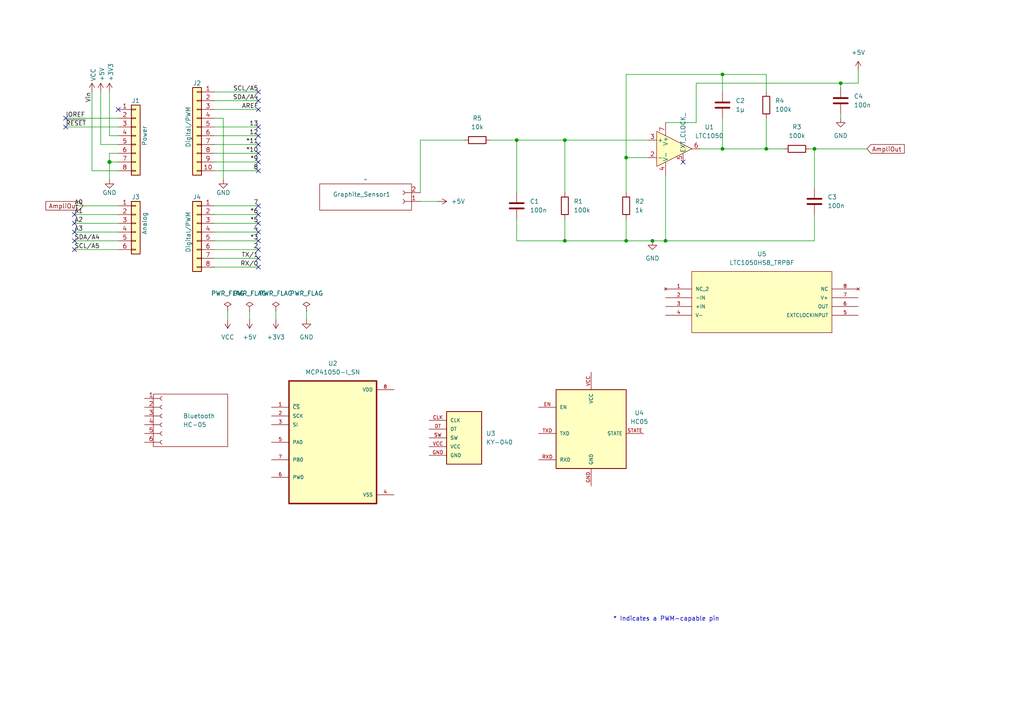
<source format=kicad_sch>
(kicad_sch
	(version 20231120)
	(generator "eeschema")
	(generator_version "8.0")
	(uuid "e63e39d7-6ac0-4ffd-8aa3-1841a4541b55")
	(paper "A4")
	(title_block
		(date "mar. 31 mars 2015")
	)
	(lib_symbols
		(symbol "+3V3_1"
			(power)
			(pin_numbers hide)
			(pin_names
				(offset 0) hide)
			(exclude_from_sim no)
			(in_bom yes)
			(on_board yes)
			(property "Reference" "#PWR"
				(at 0 -3.81 0)
				(effects
					(font
						(size 1.27 1.27)
					)
					(hide yes)
				)
			)
			(property "Value" "+3V3"
				(at 0 3.556 0)
				(effects
					(font
						(size 1.27 1.27)
					)
				)
			)
			(property "Footprint" ""
				(at 0 0 0)
				(effects
					(font
						(size 1.27 1.27)
					)
					(hide yes)
				)
			)
			(property "Datasheet" ""
				(at 0 0 0)
				(effects
					(font
						(size 1.27 1.27)
					)
					(hide yes)
				)
			)
			(property "Description" "Power symbol creates a global label with name \"+3V3\""
				(at 0 0 0)
				(effects
					(font
						(size 1.27 1.27)
					)
					(hide yes)
				)
			)
			(property "ki_keywords" "global power"
				(at 0 0 0)
				(effects
					(font
						(size 1.27 1.27)
					)
					(hide yes)
				)
			)
			(symbol "+3V3_1_0_1"
				(polyline
					(pts
						(xy -0.762 1.27) (xy 0 2.54)
					)
					(stroke
						(width 0)
						(type default)
					)
					(fill
						(type none)
					)
				)
				(polyline
					(pts
						(xy 0 0) (xy 0 2.54)
					)
					(stroke
						(width 0)
						(type default)
					)
					(fill
						(type none)
					)
				)
				(polyline
					(pts
						(xy 0 2.54) (xy 0.762 1.27)
					)
					(stroke
						(width 0)
						(type default)
					)
					(fill
						(type none)
					)
				)
			)
			(symbol "+3V3_1_1_1"
				(pin power_in line
					(at 0 0 90)
					(length 0)
					(name "~"
						(effects
							(font
								(size 1.27 1.27)
							)
						)
					)
					(number "1"
						(effects
							(font
								(size 1.27 1.27)
							)
						)
					)
				)
			)
		)
		(symbol "+5V_1"
			(power)
			(pin_numbers hide)
			(pin_names
				(offset 0) hide)
			(exclude_from_sim no)
			(in_bom yes)
			(on_board yes)
			(property "Reference" "#PWR"
				(at 0 -3.81 0)
				(effects
					(font
						(size 1.27 1.27)
					)
					(hide yes)
				)
			)
			(property "Value" "+5V"
				(at 0 3.556 0)
				(effects
					(font
						(size 1.27 1.27)
					)
				)
			)
			(property "Footprint" ""
				(at 0 0 0)
				(effects
					(font
						(size 1.27 1.27)
					)
					(hide yes)
				)
			)
			(property "Datasheet" ""
				(at 0 0 0)
				(effects
					(font
						(size 1.27 1.27)
					)
					(hide yes)
				)
			)
			(property "Description" "Power symbol creates a global label with name \"+5V\""
				(at 0 0 0)
				(effects
					(font
						(size 1.27 1.27)
					)
					(hide yes)
				)
			)
			(property "ki_keywords" "global power"
				(at 0 0 0)
				(effects
					(font
						(size 1.27 1.27)
					)
					(hide yes)
				)
			)
			(symbol "+5V_1_0_1"
				(polyline
					(pts
						(xy -0.762 1.27) (xy 0 2.54)
					)
					(stroke
						(width 0)
						(type default)
					)
					(fill
						(type none)
					)
				)
				(polyline
					(pts
						(xy 0 0) (xy 0 2.54)
					)
					(stroke
						(width 0)
						(type default)
					)
					(fill
						(type none)
					)
				)
				(polyline
					(pts
						(xy 0 2.54) (xy 0.762 1.27)
					)
					(stroke
						(width 0)
						(type default)
					)
					(fill
						(type none)
					)
				)
			)
			(symbol "+5V_1_1_1"
				(pin power_in line
					(at 0 0 90)
					(length 0)
					(name "~"
						(effects
							(font
								(size 1.27 1.27)
							)
						)
					)
					(number "1"
						(effects
							(font
								(size 1.27 1.27)
							)
						)
					)
				)
			)
		)
		(symbol "+5V_2"
			(power)
			(pin_numbers hide)
			(pin_names
				(offset 0) hide)
			(exclude_from_sim no)
			(in_bom yes)
			(on_board yes)
			(property "Reference" "#PWR"
				(at 0 -3.81 0)
				(effects
					(font
						(size 1.27 1.27)
					)
					(hide yes)
				)
			)
			(property "Value" "+5V"
				(at 0 3.556 0)
				(effects
					(font
						(size 1.27 1.27)
					)
				)
			)
			(property "Footprint" ""
				(at 0 0 0)
				(effects
					(font
						(size 1.27 1.27)
					)
					(hide yes)
				)
			)
			(property "Datasheet" ""
				(at 0 0 0)
				(effects
					(font
						(size 1.27 1.27)
					)
					(hide yes)
				)
			)
			(property "Description" "Power symbol creates a global label with name \"+5V\""
				(at 0 0 0)
				(effects
					(font
						(size 1.27 1.27)
					)
					(hide yes)
				)
			)
			(property "ki_keywords" "global power"
				(at 0 0 0)
				(effects
					(font
						(size 1.27 1.27)
					)
					(hide yes)
				)
			)
			(symbol "+5V_2_0_1"
				(polyline
					(pts
						(xy -0.762 1.27) (xy 0 2.54)
					)
					(stroke
						(width 0)
						(type default)
					)
					(fill
						(type none)
					)
				)
				(polyline
					(pts
						(xy 0 0) (xy 0 2.54)
					)
					(stroke
						(width 0)
						(type default)
					)
					(fill
						(type none)
					)
				)
				(polyline
					(pts
						(xy 0 2.54) (xy 0.762 1.27)
					)
					(stroke
						(width 0)
						(type default)
					)
					(fill
						(type none)
					)
				)
			)
			(symbol "+5V_2_1_1"
				(pin power_in line
					(at 0 0 90)
					(length 0)
					(name "~"
						(effects
							(font
								(size 1.27 1.27)
							)
						)
					)
					(number "1"
						(effects
							(font
								(size 1.27 1.27)
							)
						)
					)
				)
			)
		)
		(symbol "Connector:Conn_01x02_Socket"
			(pin_names
				(offset 1.016) hide)
			(exclude_from_sim no)
			(in_bom yes)
			(on_board yes)
			(property "Reference" "Graphite_Sensor"
				(at 1.27 0.0001 0)
				(effects
					(font
						(size 1.27 1.27)
					)
					(justify left)
				)
			)
			(property "Value" ""
				(at 1.27 -2.5399 0)
				(effects
					(font
						(size 1.27 1.27)
					)
					(justify left)
				)
			)
			(property "Footprint" ""
				(at 0 0 0)
				(effects
					(font
						(size 1.27 1.27)
					)
					(hide yes)
				)
			)
			(property "Datasheet" ""
				(at 0 0 0)
				(effects
					(font
						(size 1.27 1.27)
					)
					(hide yes)
				)
			)
			(property "Description" "Graphite Sensor"
				(at 4.318 6.858 0)
				(effects
					(font
						(size 1.27 1.27)
					)
					(hide yes)
				)
			)
			(property "ki_locked" ""
				(at 0 0 0)
				(effects
					(font
						(size 1.27 1.27)
					)
				)
			)
			(property "ki_keywords" "connector"
				(at 0 0 0)
				(effects
					(font
						(size 1.27 1.27)
					)
					(hide yes)
				)
			)
			(property "ki_fp_filters" "Connector*:*_1x??_*"
				(at 0 0 0)
				(effects
					(font
						(size 1.27 1.27)
					)
					(hide yes)
				)
			)
			(symbol "Conn_01x02_Socket_1_1"
				(rectangle
					(start -2.54 2.54)
					(end 24.13 -5.08)
					(stroke
						(width 0)
						(type default)
					)
					(fill
						(type none)
					)
				)
				(arc
					(start 0 -2.032)
					(mid -0.5058 -2.54)
					(end 0 -3.048)
					(stroke
						(width 0.1524)
						(type default)
					)
					(fill
						(type none)
					)
				)
				(polyline
					(pts
						(xy -1.27 -2.54) (xy -0.508 -2.54)
					)
					(stroke
						(width 0.1524)
						(type default)
					)
					(fill
						(type none)
					)
				)
				(polyline
					(pts
						(xy -1.27 0) (xy -0.508 0)
					)
					(stroke
						(width 0.1524)
						(type default)
					)
					(fill
						(type none)
					)
				)
				(arc
					(start 0 0.508)
					(mid -0.5058 0)
					(end 0 -0.508)
					(stroke
						(width 0.1524)
						(type default)
					)
					(fill
						(type none)
					)
				)
				(pin passive line
					(at -5.08 0 0)
					(length 3.81)
					(name "VCC"
						(effects
							(font
								(size 1.27 1.27)
							)
						)
					)
					(number "1"
						(effects
							(font
								(size 1.27 1.27)
							)
						)
					)
				)
				(pin passive line
					(at -5.08 -2.54 0)
					(length 3.81)
					(name "OutPut"
						(effects
							(font
								(size 1.27 1.27)
							)
						)
					)
					(number "2"
						(effects
							(font
								(size 1.27 1.27)
							)
						)
					)
				)
			)
		)
		(symbol "Connector:Conn_01x06_Socket"
			(pin_names
				(offset 1.016) hide)
			(exclude_from_sim no)
			(in_bom yes)
			(on_board yes)
			(property "Reference" "Bluetooth"
				(at 6.096 0 0)
				(effects
					(font
						(size 1.27 1.27)
					)
					(justify left)
				)
			)
			(property "Value" "HC-05"
				(at 6.096 -2.54 0)
				(effects
					(font
						(size 1.27 1.27)
					)
					(justify left)
				)
			)
			(property "Footprint" ""
				(at 0 0 0)
				(effects
					(font
						(size 1.27 1.27)
					)
					(hide yes)
				)
			)
			(property "Datasheet" ""
				(at 0 0 0)
				(effects
					(font
						(size 1.27 1.27)
					)
					(hide yes)
				)
			)
			(property "Description" "Bluetooth module HC-05"
				(at -0.508 10.668 0)
				(effects
					(font
						(size 1.27 1.27)
						(bold yes)
					)
					(hide yes)
				)
			)
			(property "ki_locked" ""
				(at 0 0 0)
				(effects
					(font
						(size 1.27 1.27)
					)
				)
			)
			(property "ki_keywords" "connector"
				(at 0 0 0)
				(effects
					(font
						(size 1.27 1.27)
					)
					(hide yes)
				)
			)
			(property "ki_fp_filters" "Connector*:*_1x??_*"
				(at 0 0 0)
				(effects
					(font
						(size 1.27 1.27)
					)
					(hide yes)
				)
			)
			(symbol "Conn_01x06_Socket_1_1"
				(rectangle
					(start -2.54 6.35)
					(end 19.05 -8.89)
					(stroke
						(width 0)
						(type default)
					)
					(fill
						(type none)
					)
				)
				(arc
					(start 0 -7.112)
					(mid -0.5058 -7.62)
					(end 0 -8.128)
					(stroke
						(width 0.1524)
						(type default)
					)
					(fill
						(type none)
					)
				)
				(arc
					(start 0 -4.572)
					(mid -0.5058 -5.08)
					(end 0 -5.588)
					(stroke
						(width 0.1524)
						(type default)
					)
					(fill
						(type none)
					)
				)
				(arc
					(start 0 -2.032)
					(mid -0.5058 -2.54)
					(end 0 -3.048)
					(stroke
						(width 0.1524)
						(type default)
					)
					(fill
						(type none)
					)
				)
				(polyline
					(pts
						(xy -1.27 -7.62) (xy -0.508 -7.62)
					)
					(stroke
						(width 0.1524)
						(type default)
					)
					(fill
						(type none)
					)
				)
				(polyline
					(pts
						(xy -1.27 -5.08) (xy -0.508 -5.08)
					)
					(stroke
						(width 0.1524)
						(type default)
					)
					(fill
						(type none)
					)
				)
				(polyline
					(pts
						(xy -1.27 -2.54) (xy -0.508 -2.54)
					)
					(stroke
						(width 0.1524)
						(type default)
					)
					(fill
						(type none)
					)
				)
				(polyline
					(pts
						(xy -1.27 0) (xy -0.508 0)
					)
					(stroke
						(width 0.1524)
						(type default)
					)
					(fill
						(type none)
					)
				)
				(polyline
					(pts
						(xy -1.27 2.54) (xy -0.508 2.54)
					)
					(stroke
						(width 0.1524)
						(type default)
					)
					(fill
						(type none)
					)
				)
				(polyline
					(pts
						(xy -1.27 5.08) (xy -0.508 5.08)
					)
					(stroke
						(width 0.1524)
						(type default)
					)
					(fill
						(type none)
					)
				)
				(arc
					(start 0 0.508)
					(mid -0.5058 0)
					(end 0 -0.508)
					(stroke
						(width 0.1524)
						(type default)
					)
					(fill
						(type none)
					)
				)
				(arc
					(start 0 3.048)
					(mid -0.5058 2.54)
					(end 0 2.032)
					(stroke
						(width 0.1524)
						(type default)
					)
					(fill
						(type none)
					)
				)
				(arc
					(start 0 5.588)
					(mid -0.5058 5.08)
					(end 0 4.572)
					(stroke
						(width 0.1524)
						(type default)
					)
					(fill
						(type none)
					)
				)
				(pin passive line
					(at -5.08 5.08 0)
					(length 3.81)
					(name "Key"
						(effects
							(font
								(size 1.27 1.27)
							)
						)
					)
					(number "1"
						(effects
							(font
								(size 1.27 1.27)
							)
						)
					)
				)
				(pin passive line
					(at -5.08 2.54 0)
					(length 3.81)
					(name "VCC"
						(effects
							(font
								(size 1.27 1.27)
							)
						)
					)
					(number "2"
						(effects
							(font
								(size 1.27 1.27)
							)
						)
					)
				)
				(pin passive line
					(at -5.08 0 0)
					(length 3.81)
					(name "GND"
						(effects
							(font
								(size 1.27 1.27)
							)
						)
					)
					(number "3"
						(effects
							(font
								(size 1.27 1.27)
							)
						)
					)
				)
				(pin passive line
					(at -5.08 -2.54 0)
					(length 3.81)
					(name "Tx"
						(effects
							(font
								(size 1.27 1.27)
							)
						)
					)
					(number "4"
						(effects
							(font
								(size 1.27 1.27)
							)
						)
					)
				)
				(pin passive line
					(at -5.08 -5.08 0)
					(length 3.81)
					(name "Rx"
						(effects
							(font
								(size 1.27 1.27)
							)
						)
					)
					(number "5"
						(effects
							(font
								(size 1.27 1.27)
							)
						)
					)
				)
				(pin passive line
					(at -5.08 -7.62 0)
					(length 3.81)
					(name "State"
						(effects
							(font
								(size 1.27 1.27)
							)
						)
					)
					(number "6"
						(effects
							(font
								(size 1.27 1.27)
							)
						)
					)
				)
			)
		)
		(symbol "Connector_Generic:Conn_01x06"
			(pin_names
				(offset 1.016) hide)
			(exclude_from_sim no)
			(in_bom yes)
			(on_board yes)
			(property "Reference" "J"
				(at 0 7.62 0)
				(effects
					(font
						(size 1.27 1.27)
					)
				)
			)
			(property "Value" "Conn_01x06"
				(at 0 -10.16 0)
				(effects
					(font
						(size 1.27 1.27)
					)
				)
			)
			(property "Footprint" ""
				(at 0 0 0)
				(effects
					(font
						(size 1.27 1.27)
					)
					(hide yes)
				)
			)
			(property "Datasheet" "~"
				(at 0 0 0)
				(effects
					(font
						(size 1.27 1.27)
					)
					(hide yes)
				)
			)
			(property "Description" "Generic connector, single row, 01x06, script generated (kicad-library-utils/schlib/autogen/connector/)"
				(at 0 0 0)
				(effects
					(font
						(size 1.27 1.27)
					)
					(hide yes)
				)
			)
			(property "ki_keywords" "connector"
				(at 0 0 0)
				(effects
					(font
						(size 1.27 1.27)
					)
					(hide yes)
				)
			)
			(property "ki_fp_filters" "Connector*:*_1x??_*"
				(at 0 0 0)
				(effects
					(font
						(size 1.27 1.27)
					)
					(hide yes)
				)
			)
			(symbol "Conn_01x06_1_1"
				(rectangle
					(start -1.27 -7.493)
					(end 0 -7.747)
					(stroke
						(width 0.1524)
						(type default)
					)
					(fill
						(type none)
					)
				)
				(rectangle
					(start -1.27 -4.953)
					(end 0 -5.207)
					(stroke
						(width 0.1524)
						(type default)
					)
					(fill
						(type none)
					)
				)
				(rectangle
					(start -1.27 -2.413)
					(end 0 -2.667)
					(stroke
						(width 0.1524)
						(type default)
					)
					(fill
						(type none)
					)
				)
				(rectangle
					(start -1.27 0.127)
					(end 0 -0.127)
					(stroke
						(width 0.1524)
						(type default)
					)
					(fill
						(type none)
					)
				)
				(rectangle
					(start -1.27 2.667)
					(end 0 2.413)
					(stroke
						(width 0.1524)
						(type default)
					)
					(fill
						(type none)
					)
				)
				(rectangle
					(start -1.27 5.207)
					(end 0 4.953)
					(stroke
						(width 0.1524)
						(type default)
					)
					(fill
						(type none)
					)
				)
				(rectangle
					(start -1.27 6.35)
					(end 1.27 -8.89)
					(stroke
						(width 0.254)
						(type default)
					)
					(fill
						(type background)
					)
				)
				(pin passive line
					(at -5.08 5.08 0)
					(length 3.81)
					(name "Pin_1"
						(effects
							(font
								(size 1.27 1.27)
							)
						)
					)
					(number "1"
						(effects
							(font
								(size 1.27 1.27)
							)
						)
					)
				)
				(pin passive line
					(at -5.08 2.54 0)
					(length 3.81)
					(name "Pin_2"
						(effects
							(font
								(size 1.27 1.27)
							)
						)
					)
					(number "2"
						(effects
							(font
								(size 1.27 1.27)
							)
						)
					)
				)
				(pin passive line
					(at -5.08 0 0)
					(length 3.81)
					(name "Pin_3"
						(effects
							(font
								(size 1.27 1.27)
							)
						)
					)
					(number "3"
						(effects
							(font
								(size 1.27 1.27)
							)
						)
					)
				)
				(pin passive line
					(at -5.08 -2.54 0)
					(length 3.81)
					(name "Pin_4"
						(effects
							(font
								(size 1.27 1.27)
							)
						)
					)
					(number "4"
						(effects
							(font
								(size 1.27 1.27)
							)
						)
					)
				)
				(pin passive line
					(at -5.08 -5.08 0)
					(length 3.81)
					(name "Pin_5"
						(effects
							(font
								(size 1.27 1.27)
							)
						)
					)
					(number "5"
						(effects
							(font
								(size 1.27 1.27)
							)
						)
					)
				)
				(pin passive line
					(at -5.08 -7.62 0)
					(length 3.81)
					(name "Pin_6"
						(effects
							(font
								(size 1.27 1.27)
							)
						)
					)
					(number "6"
						(effects
							(font
								(size 1.27 1.27)
							)
						)
					)
				)
			)
		)
		(symbol "Connector_Generic:Conn_01x08"
			(pin_names
				(offset 1.016) hide)
			(exclude_from_sim no)
			(in_bom yes)
			(on_board yes)
			(property "Reference" "J"
				(at 0 10.16 0)
				(effects
					(font
						(size 1.27 1.27)
					)
				)
			)
			(property "Value" "Conn_01x08"
				(at 0 -12.7 0)
				(effects
					(font
						(size 1.27 1.27)
					)
				)
			)
			(property "Footprint" ""
				(at 0 0 0)
				(effects
					(font
						(size 1.27 1.27)
					)
					(hide yes)
				)
			)
			(property "Datasheet" "~"
				(at 0 0 0)
				(effects
					(font
						(size 1.27 1.27)
					)
					(hide yes)
				)
			)
			(property "Description" "Generic connector, single row, 01x08, script generated (kicad-library-utils/schlib/autogen/connector/)"
				(at 0 0 0)
				(effects
					(font
						(size 1.27 1.27)
					)
					(hide yes)
				)
			)
			(property "ki_keywords" "connector"
				(at 0 0 0)
				(effects
					(font
						(size 1.27 1.27)
					)
					(hide yes)
				)
			)
			(property "ki_fp_filters" "Connector*:*_1x??_*"
				(at 0 0 0)
				(effects
					(font
						(size 1.27 1.27)
					)
					(hide yes)
				)
			)
			(symbol "Conn_01x08_1_1"
				(rectangle
					(start -1.27 -10.033)
					(end 0 -10.287)
					(stroke
						(width 0.1524)
						(type default)
					)
					(fill
						(type none)
					)
				)
				(rectangle
					(start -1.27 -7.493)
					(end 0 -7.747)
					(stroke
						(width 0.1524)
						(type default)
					)
					(fill
						(type none)
					)
				)
				(rectangle
					(start -1.27 -4.953)
					(end 0 -5.207)
					(stroke
						(width 0.1524)
						(type default)
					)
					(fill
						(type none)
					)
				)
				(rectangle
					(start -1.27 -2.413)
					(end 0 -2.667)
					(stroke
						(width 0.1524)
						(type default)
					)
					(fill
						(type none)
					)
				)
				(rectangle
					(start -1.27 0.127)
					(end 0 -0.127)
					(stroke
						(width 0.1524)
						(type default)
					)
					(fill
						(type none)
					)
				)
				(rectangle
					(start -1.27 2.667)
					(end 0 2.413)
					(stroke
						(width 0.1524)
						(type default)
					)
					(fill
						(type none)
					)
				)
				(rectangle
					(start -1.27 5.207)
					(end 0 4.953)
					(stroke
						(width 0.1524)
						(type default)
					)
					(fill
						(type none)
					)
				)
				(rectangle
					(start -1.27 7.747)
					(end 0 7.493)
					(stroke
						(width 0.1524)
						(type default)
					)
					(fill
						(type none)
					)
				)
				(rectangle
					(start -1.27 8.89)
					(end 1.27 -11.43)
					(stroke
						(width 0.254)
						(type default)
					)
					(fill
						(type background)
					)
				)
				(pin passive line
					(at -5.08 7.62 0)
					(length 3.81)
					(name "Pin_1"
						(effects
							(font
								(size 1.27 1.27)
							)
						)
					)
					(number "1"
						(effects
							(font
								(size 1.27 1.27)
							)
						)
					)
				)
				(pin passive line
					(at -5.08 5.08 0)
					(length 3.81)
					(name "Pin_2"
						(effects
							(font
								(size 1.27 1.27)
							)
						)
					)
					(number "2"
						(effects
							(font
								(size 1.27 1.27)
							)
						)
					)
				)
				(pin passive line
					(at -5.08 2.54 0)
					(length 3.81)
					(name "Pin_3"
						(effects
							(font
								(size 1.27 1.27)
							)
						)
					)
					(number "3"
						(effects
							(font
								(size 1.27 1.27)
							)
						)
					)
				)
				(pin passive line
					(at -5.08 0 0)
					(length 3.81)
					(name "Pin_4"
						(effects
							(font
								(size 1.27 1.27)
							)
						)
					)
					(number "4"
						(effects
							(font
								(size 1.27 1.27)
							)
						)
					)
				)
				(pin passive line
					(at -5.08 -2.54 0)
					(length 3.81)
					(name "Pin_5"
						(effects
							(font
								(size 1.27 1.27)
							)
						)
					)
					(number "5"
						(effects
							(font
								(size 1.27 1.27)
							)
						)
					)
				)
				(pin passive line
					(at -5.08 -5.08 0)
					(length 3.81)
					(name "Pin_6"
						(effects
							(font
								(size 1.27 1.27)
							)
						)
					)
					(number "6"
						(effects
							(font
								(size 1.27 1.27)
							)
						)
					)
				)
				(pin passive line
					(at -5.08 -7.62 0)
					(length 3.81)
					(name "Pin_7"
						(effects
							(font
								(size 1.27 1.27)
							)
						)
					)
					(number "7"
						(effects
							(font
								(size 1.27 1.27)
							)
						)
					)
				)
				(pin passive line
					(at -5.08 -10.16 0)
					(length 3.81)
					(name "Pin_8"
						(effects
							(font
								(size 1.27 1.27)
							)
						)
					)
					(number "8"
						(effects
							(font
								(size 1.27 1.27)
							)
						)
					)
				)
			)
		)
		(symbol "Connector_Generic:Conn_01x10"
			(pin_names
				(offset 1.016) hide)
			(exclude_from_sim no)
			(in_bom yes)
			(on_board yes)
			(property "Reference" "J"
				(at 0 12.7 0)
				(effects
					(font
						(size 1.27 1.27)
					)
				)
			)
			(property "Value" "Conn_01x10"
				(at 0 -15.24 0)
				(effects
					(font
						(size 1.27 1.27)
					)
				)
			)
			(property "Footprint" ""
				(at 0 0 0)
				(effects
					(font
						(size 1.27 1.27)
					)
					(hide yes)
				)
			)
			(property "Datasheet" "~"
				(at 0 0 0)
				(effects
					(font
						(size 1.27 1.27)
					)
					(hide yes)
				)
			)
			(property "Description" "Generic connector, single row, 01x10, script generated (kicad-library-utils/schlib/autogen/connector/)"
				(at 0 0 0)
				(effects
					(font
						(size 1.27 1.27)
					)
					(hide yes)
				)
			)
			(property "ki_keywords" "connector"
				(at 0 0 0)
				(effects
					(font
						(size 1.27 1.27)
					)
					(hide yes)
				)
			)
			(property "ki_fp_filters" "Connector*:*_1x??_*"
				(at 0 0 0)
				(effects
					(font
						(size 1.27 1.27)
					)
					(hide yes)
				)
			)
			(symbol "Conn_01x10_1_1"
				(rectangle
					(start -1.27 -12.573)
					(end 0 -12.827)
					(stroke
						(width 0.1524)
						(type default)
					)
					(fill
						(type none)
					)
				)
				(rectangle
					(start -1.27 -10.033)
					(end 0 -10.287)
					(stroke
						(width 0.1524)
						(type default)
					)
					(fill
						(type none)
					)
				)
				(rectangle
					(start -1.27 -7.493)
					(end 0 -7.747)
					(stroke
						(width 0.1524)
						(type default)
					)
					(fill
						(type none)
					)
				)
				(rectangle
					(start -1.27 -4.953)
					(end 0 -5.207)
					(stroke
						(width 0.1524)
						(type default)
					)
					(fill
						(type none)
					)
				)
				(rectangle
					(start -1.27 -2.413)
					(end 0 -2.667)
					(stroke
						(width 0.1524)
						(type default)
					)
					(fill
						(type none)
					)
				)
				(rectangle
					(start -1.27 0.127)
					(end 0 -0.127)
					(stroke
						(width 0.1524)
						(type default)
					)
					(fill
						(type none)
					)
				)
				(rectangle
					(start -1.27 2.667)
					(end 0 2.413)
					(stroke
						(width 0.1524)
						(type default)
					)
					(fill
						(type none)
					)
				)
				(rectangle
					(start -1.27 5.207)
					(end 0 4.953)
					(stroke
						(width 0.1524)
						(type default)
					)
					(fill
						(type none)
					)
				)
				(rectangle
					(start -1.27 7.747)
					(end 0 7.493)
					(stroke
						(width 0.1524)
						(type default)
					)
					(fill
						(type none)
					)
				)
				(rectangle
					(start -1.27 10.287)
					(end 0 10.033)
					(stroke
						(width 0.1524)
						(type default)
					)
					(fill
						(type none)
					)
				)
				(rectangle
					(start -1.27 11.43)
					(end 1.27 -13.97)
					(stroke
						(width 0.254)
						(type default)
					)
					(fill
						(type background)
					)
				)
				(pin passive line
					(at -5.08 10.16 0)
					(length 3.81)
					(name "Pin_1"
						(effects
							(font
								(size 1.27 1.27)
							)
						)
					)
					(number "1"
						(effects
							(font
								(size 1.27 1.27)
							)
						)
					)
				)
				(pin passive line
					(at -5.08 -12.7 0)
					(length 3.81)
					(name "Pin_10"
						(effects
							(font
								(size 1.27 1.27)
							)
						)
					)
					(number "10"
						(effects
							(font
								(size 1.27 1.27)
							)
						)
					)
				)
				(pin passive line
					(at -5.08 7.62 0)
					(length 3.81)
					(name "Pin_2"
						(effects
							(font
								(size 1.27 1.27)
							)
						)
					)
					(number "2"
						(effects
							(font
								(size 1.27 1.27)
							)
						)
					)
				)
				(pin passive line
					(at -5.08 5.08 0)
					(length 3.81)
					(name "Pin_3"
						(effects
							(font
								(size 1.27 1.27)
							)
						)
					)
					(number "3"
						(effects
							(font
								(size 1.27 1.27)
							)
						)
					)
				)
				(pin passive line
					(at -5.08 2.54 0)
					(length 3.81)
					(name "Pin_4"
						(effects
							(font
								(size 1.27 1.27)
							)
						)
					)
					(number "4"
						(effects
							(font
								(size 1.27 1.27)
							)
						)
					)
				)
				(pin passive line
					(at -5.08 0 0)
					(length 3.81)
					(name "Pin_5"
						(effects
							(font
								(size 1.27 1.27)
							)
						)
					)
					(number "5"
						(effects
							(font
								(size 1.27 1.27)
							)
						)
					)
				)
				(pin passive line
					(at -5.08 -2.54 0)
					(length 3.81)
					(name "Pin_6"
						(effects
							(font
								(size 1.27 1.27)
							)
						)
					)
					(number "6"
						(effects
							(font
								(size 1.27 1.27)
							)
						)
					)
				)
				(pin passive line
					(at -5.08 -5.08 0)
					(length 3.81)
					(name "Pin_7"
						(effects
							(font
								(size 1.27 1.27)
							)
						)
					)
					(number "7"
						(effects
							(font
								(size 1.27 1.27)
							)
						)
					)
				)
				(pin passive line
					(at -5.08 -7.62 0)
					(length 3.81)
					(name "Pin_8"
						(effects
							(font
								(size 1.27 1.27)
							)
						)
					)
					(number "8"
						(effects
							(font
								(size 1.27 1.27)
							)
						)
					)
				)
				(pin passive line
					(at -5.08 -10.16 0)
					(length 3.81)
					(name "Pin_9"
						(effects
							(font
								(size 1.27 1.27)
							)
						)
					)
					(number "9"
						(effects
							(font
								(size 1.27 1.27)
							)
						)
					)
				)
			)
		)
		(symbol "Device:C"
			(pin_numbers hide)
			(pin_names
				(offset 0.254)
			)
			(exclude_from_sim no)
			(in_bom yes)
			(on_board yes)
			(property "Reference" "C"
				(at 0.635 2.54 0)
				(effects
					(font
						(size 1.27 1.27)
					)
					(justify left)
				)
			)
			(property "Value" "C"
				(at 0.635 -2.54 0)
				(effects
					(font
						(size 1.27 1.27)
					)
					(justify left)
				)
			)
			(property "Footprint" ""
				(at 0.9652 -3.81 0)
				(effects
					(font
						(size 1.27 1.27)
					)
					(hide yes)
				)
			)
			(property "Datasheet" "~"
				(at 0 0 0)
				(effects
					(font
						(size 1.27 1.27)
					)
					(hide yes)
				)
			)
			(property "Description" "Unpolarized capacitor"
				(at 0 0 0)
				(effects
					(font
						(size 1.27 1.27)
					)
					(hide yes)
				)
			)
			(property "ki_keywords" "cap capacitor"
				(at 0 0 0)
				(effects
					(font
						(size 1.27 1.27)
					)
					(hide yes)
				)
			)
			(property "ki_fp_filters" "C_*"
				(at 0 0 0)
				(effects
					(font
						(size 1.27 1.27)
					)
					(hide yes)
				)
			)
			(symbol "C_0_1"
				(polyline
					(pts
						(xy -2.032 -0.762) (xy 2.032 -0.762)
					)
					(stroke
						(width 0.508)
						(type default)
					)
					(fill
						(type none)
					)
				)
				(polyline
					(pts
						(xy -2.032 0.762) (xy 2.032 0.762)
					)
					(stroke
						(width 0.508)
						(type default)
					)
					(fill
						(type none)
					)
				)
			)
			(symbol "C_1_1"
				(pin passive line
					(at 0 3.81 270)
					(length 2.794)
					(name "~"
						(effects
							(font
								(size 1.27 1.27)
							)
						)
					)
					(number "1"
						(effects
							(font
								(size 1.27 1.27)
							)
						)
					)
				)
				(pin passive line
					(at 0 -3.81 90)
					(length 2.794)
					(name "~"
						(effects
							(font
								(size 1.27 1.27)
							)
						)
					)
					(number "2"
						(effects
							(font
								(size 1.27 1.27)
							)
						)
					)
				)
			)
		)
		(symbol "Device:R"
			(pin_numbers hide)
			(pin_names
				(offset 0)
			)
			(exclude_from_sim no)
			(in_bom yes)
			(on_board yes)
			(property "Reference" "R"
				(at 2.032 0 90)
				(effects
					(font
						(size 1.27 1.27)
					)
				)
			)
			(property "Value" "R"
				(at 0 0 90)
				(effects
					(font
						(size 1.27 1.27)
					)
				)
			)
			(property "Footprint" ""
				(at -1.778 0 90)
				(effects
					(font
						(size 1.27 1.27)
					)
					(hide yes)
				)
			)
			(property "Datasheet" "~"
				(at 0 0 0)
				(effects
					(font
						(size 1.27 1.27)
					)
					(hide yes)
				)
			)
			(property "Description" "Resistor"
				(at 0 0 0)
				(effects
					(font
						(size 1.27 1.27)
					)
					(hide yes)
				)
			)
			(property "ki_keywords" "R res resistor"
				(at 0 0 0)
				(effects
					(font
						(size 1.27 1.27)
					)
					(hide yes)
				)
			)
			(property "ki_fp_filters" "R_*"
				(at 0 0 0)
				(effects
					(font
						(size 1.27 1.27)
					)
					(hide yes)
				)
			)
			(symbol "R_0_1"
				(rectangle
					(start -1.016 -2.54)
					(end 1.016 2.54)
					(stroke
						(width 0.254)
						(type default)
					)
					(fill
						(type none)
					)
				)
			)
			(symbol "R_1_1"
				(pin passive line
					(at 0 3.81 270)
					(length 1.27)
					(name "~"
						(effects
							(font
								(size 1.27 1.27)
							)
						)
					)
					(number "1"
						(effects
							(font
								(size 1.27 1.27)
							)
						)
					)
				)
				(pin passive line
					(at 0 -3.81 90)
					(length 1.27)
					(name "~"
						(effects
							(font
								(size 1.27 1.27)
							)
						)
					)
					(number "2"
						(effects
							(font
								(size 1.27 1.27)
							)
						)
					)
				)
			)
		)
		(symbol "GND_1"
			(power)
			(pin_numbers hide)
			(pin_names
				(offset 0) hide)
			(exclude_from_sim no)
			(in_bom yes)
			(on_board yes)
			(property "Reference" "#PWR"
				(at 0 -6.35 0)
				(effects
					(font
						(size 1.27 1.27)
					)
					(hide yes)
				)
			)
			(property "Value" "GND"
				(at 0 -3.81 0)
				(effects
					(font
						(size 1.27 1.27)
					)
				)
			)
			(property "Footprint" ""
				(at 0 0 0)
				(effects
					(font
						(size 1.27 1.27)
					)
					(hide yes)
				)
			)
			(property "Datasheet" ""
				(at 0 0 0)
				(effects
					(font
						(size 1.27 1.27)
					)
					(hide yes)
				)
			)
			(property "Description" "Power symbol creates a global label with name \"GND\" , ground"
				(at 0 0 0)
				(effects
					(font
						(size 1.27 1.27)
					)
					(hide yes)
				)
			)
			(property "ki_keywords" "global power"
				(at 0 0 0)
				(effects
					(font
						(size 1.27 1.27)
					)
					(hide yes)
				)
			)
			(symbol "GND_1_0_1"
				(polyline
					(pts
						(xy 0 0) (xy 0 -1.27) (xy 1.27 -1.27) (xy 0 -2.54) (xy -1.27 -1.27) (xy 0 -1.27)
					)
					(stroke
						(width 0)
						(type default)
					)
					(fill
						(type none)
					)
				)
			)
			(symbol "GND_1_1_1"
				(pin power_in line
					(at 0 0 270)
					(length 0)
					(name "~"
						(effects
							(font
								(size 1.27 1.27)
							)
						)
					)
					(number "1"
						(effects
							(font
								(size 1.27 1.27)
							)
						)
					)
				)
			)
		)
		(symbol "GND_3"
			(power)
			(pin_numbers hide)
			(pin_names
				(offset 0) hide)
			(exclude_from_sim no)
			(in_bom yes)
			(on_board yes)
			(property "Reference" "#PWR"
				(at 0 -6.35 0)
				(effects
					(font
						(size 1.27 1.27)
					)
					(hide yes)
				)
			)
			(property "Value" "GND"
				(at 0 -3.81 0)
				(effects
					(font
						(size 1.27 1.27)
					)
				)
			)
			(property "Footprint" ""
				(at 0 0 0)
				(effects
					(font
						(size 1.27 1.27)
					)
					(hide yes)
				)
			)
			(property "Datasheet" ""
				(at 0 0 0)
				(effects
					(font
						(size 1.27 1.27)
					)
					(hide yes)
				)
			)
			(property "Description" "Power symbol creates a global label with name \"GND\" , ground"
				(at 0 0 0)
				(effects
					(font
						(size 1.27 1.27)
					)
					(hide yes)
				)
			)
			(property "ki_keywords" "global power"
				(at 0 0 0)
				(effects
					(font
						(size 1.27 1.27)
					)
					(hide yes)
				)
			)
			(symbol "GND_3_0_1"
				(polyline
					(pts
						(xy 0 0) (xy 0 -1.27) (xy 1.27 -1.27) (xy 0 -2.54) (xy -1.27 -1.27) (xy 0 -1.27)
					)
					(stroke
						(width 0)
						(type default)
					)
					(fill
						(type none)
					)
				)
			)
			(symbol "GND_3_1_1"
				(pin power_in line
					(at 0 0 270)
					(length 0)
					(name "~"
						(effects
							(font
								(size 1.27 1.27)
							)
						)
					)
					(number "1"
						(effects
							(font
								(size 1.27 1.27)
							)
						)
					)
				)
			)
		)
		(symbol "Graphite:LTC1050"
			(pin_names
				(offset 0.127)
			)
			(exclude_from_sim no)
			(in_bom yes)
			(on_board yes)
			(property "Reference" "U"
				(at 5.08 5.08 0)
				(effects
					(font
						(size 1.27 1.27)
					)
				)
			)
			(property "Value" "LTC1050"
				(at 7.62 2.54 0)
				(effects
					(font
						(size 1.27 1.27)
					)
				)
			)
			(property "Footprint" "Package_SO:SOIC-8_3.9x4.9mm_P1.27mm"
				(at 0.762 31.242 0)
				(effects
					(font
						(size 1.27 1.27)
					)
					(hide yes)
				)
			)
			(property "Datasheet" "https://www.analog.com/media/en/technical-documentation/data-sheets/OP1177_2177_4177.pdf"
				(at 1.524 22.098 0)
				(effects
					(font
						(size 1.27 1.27)
					)
					(hide yes)
				)
			)
			(property "Description" "Precision Low Noise, Low Input Bias Current Operational Amplifier, SOIC-8"
				(at 2.032 27.178 0)
				(effects
					(font
						(size 1.27 1.27)
					)
					(hide yes)
				)
			)
			(property "ki_keywords" "single operational amplifier"
				(at 0 0 0)
				(effects
					(font
						(size 1.27 1.27)
					)
					(hide yes)
				)
			)
			(property "ki_fp_filters" "SOIC*3.9x4.9mm*P1.27mm*"
				(at 0 0 0)
				(effects
					(font
						(size 1.27 1.27)
					)
					(hide yes)
				)
			)
			(symbol "LTC1050_0_1"
				(polyline
					(pts
						(xy -5.08 5.08) (xy -5.08 -5.08) (xy 5.08 0) (xy -5.08 5.08)
					)
					(stroke
						(width 0)
						(type default)
					)
					(fill
						(type background)
					)
				)
			)
			(symbol "LTC1050_1_1"
				(pin no_connect line
					(at -5.08 0 0)
					(length 3.81) hide
					(name "NC"
						(effects
							(font
								(size 1.27 1.27)
							)
						)
					)
					(number "1"
						(effects
							(font
								(size 1.27 1.27)
							)
						)
					)
				)
				(pin input line
					(at -7.62 -2.54 0)
					(length 2.54)
					(name "-"
						(effects
							(font
								(size 1.27 1.27)
							)
						)
					)
					(number "2"
						(effects
							(font
								(size 1.27 1.27)
							)
						)
					)
				)
				(pin input line
					(at -7.62 2.54 0)
					(length 2.54)
					(name "+"
						(effects
							(font
								(size 1.27 1.27)
							)
						)
					)
					(number "3"
						(effects
							(font
								(size 1.27 1.27)
							)
						)
					)
				)
				(pin power_in line
					(at -2.54 -7.62 90)
					(length 3.81)
					(name "V-"
						(effects
							(font
								(size 1.27 1.27)
							)
						)
					)
					(number "4"
						(effects
							(font
								(size 1.27 1.27)
							)
						)
					)
				)
				(pin input line
					(at 2.54 -3.81 90)
					(length 2.54)
					(name "EXT_CLOCK_"
						(effects
							(font
								(size 1.27 1.27)
							)
						)
					)
					(number "5"
						(effects
							(font
								(size 1.27 1.27)
							)
						)
					)
				)
				(pin no_connect line
					(at 0 -2.54 90)
					(length 3.81) hide
					(name "NC"
						(effects
							(font
								(size 1.27 1.27)
							)
						)
					)
					(number "5"
						(effects
							(font
								(size 1.27 1.27)
							)
						)
					)
				)
				(pin output line
					(at 7.62 0 180)
					(length 2.54)
					(name "~"
						(effects
							(font
								(size 1.27 1.27)
							)
						)
					)
					(number "6"
						(effects
							(font
								(size 1.27 1.27)
							)
						)
					)
				)
				(pin power_in line
					(at -2.54 7.62 270)
					(length 3.81)
					(name "V+"
						(effects
							(font
								(size 1.27 1.27)
							)
						)
					)
					(number "7"
						(effects
							(font
								(size 1.27 1.27)
							)
						)
					)
				)
				(pin no_connect line
					(at 0 2.54 270)
					(length 3.81) hide
					(name "NC"
						(effects
							(font
								(size 1.27 1.27)
							)
						)
					)
					(number "8"
						(effects
							(font
								(size 1.27 1.27)
							)
						)
					)
				)
			)
		)
		(symbol "HC05:HC05"
			(pin_names
				(offset 1.016)
			)
			(exclude_from_sim no)
			(in_bom yes)
			(on_board yes)
			(property "Reference" "U"
				(at 10.16 15.24 0)
				(effects
					(font
						(size 1.27 1.27)
					)
					(justify left bottom)
				)
			)
			(property "Value" "HC05"
				(at 10.16 12.7 0)
				(effects
					(font
						(size 1.27 1.27)
					)
					(justify left bottom)
				)
			)
			(property "Footprint" "HC05:HC05"
				(at 0 0 0)
				(effects
					(font
						(size 1.27 1.27)
					)
					(justify bottom)
					(hide yes)
				)
			)
			(property "Datasheet" ""
				(at 0 0 0)
				(effects
					(font
						(size 1.27 1.27)
					)
					(hide yes)
				)
			)
			(property "Description" ""
				(at 0 0 0)
				(effects
					(font
						(size 1.27 1.27)
					)
					(hide yes)
				)
			)
			(property "MF" "TE Connectivity"
				(at 0 0 0)
				(effects
					(font
						(size 1.27 1.27)
					)
					(justify bottom)
					(hide yes)
				)
			)
			(property "Description_1" "\n                        \n                            Cable Markers Printable Heat Shrink\n                        \n"
				(at 0 0 0)
				(effects
					(font
						(size 1.27 1.27)
					)
					(justify bottom)
					(hide yes)
				)
			)
			(property "Package" "None"
				(at 0 0 0)
				(effects
					(font
						(size 1.27 1.27)
					)
					(justify bottom)
					(hide yes)
				)
			)
			(property "Price" "None"
				(at 0 0 0)
				(effects
					(font
						(size 1.27 1.27)
					)
					(justify bottom)
					(hide yes)
				)
			)
			(property "SnapEDA_Link" "https://www.snapeda.com/parts/HC05/TE+Connectivity/view-part/?ref=snap"
				(at 0 0 0)
				(effects
					(font
						(size 1.27 1.27)
					)
					(justify bottom)
					(hide yes)
				)
			)
			(property "MP" "HC05"
				(at 0 0 0)
				(effects
					(font
						(size 1.27 1.27)
					)
					(justify bottom)
					(hide yes)
				)
			)
			(property "Availability" "Not in stock"
				(at 0 0 0)
				(effects
					(font
						(size 1.27 1.27)
					)
					(justify bottom)
					(hide yes)
				)
			)
			(property "Check_prices" "https://www.snapeda.com/parts/HC05/TE+Connectivity/view-part/?ref=eda"
				(at 0 0 0)
				(effects
					(font
						(size 1.27 1.27)
					)
					(justify bottom)
					(hide yes)
				)
			)
			(symbol "HC05_0_0"
				(rectangle
					(start -7.62 -10.16)
					(end 12.7 12.7)
					(stroke
						(width 0.254)
						(type default)
					)
					(fill
						(type background)
					)
				)
				(pin bidirectional line
					(at -12.7 7.62 0)
					(length 5.08)
					(name "EN"
						(effects
							(font
								(size 1.016 1.016)
							)
						)
					)
					(number "EN"
						(effects
							(font
								(size 1.016 1.016)
							)
						)
					)
				)
				(pin bidirectional line
					(at 2.54 -15.24 90)
					(length 5.08)
					(name "GND"
						(effects
							(font
								(size 1.016 1.016)
							)
						)
					)
					(number "GND"
						(effects
							(font
								(size 1.016 1.016)
							)
						)
					)
				)
				(pin bidirectional line
					(at -12.7 -7.62 0)
					(length 5.08)
					(name "RXD"
						(effects
							(font
								(size 1.016 1.016)
							)
						)
					)
					(number "RXD"
						(effects
							(font
								(size 1.016 1.016)
							)
						)
					)
				)
				(pin bidirectional line
					(at 17.78 0 180)
					(length 5.08)
					(name "STATE"
						(effects
							(font
								(size 1.016 1.016)
							)
						)
					)
					(number "STATE"
						(effects
							(font
								(size 1.016 1.016)
							)
						)
					)
				)
				(pin bidirectional line
					(at -12.7 0 0)
					(length 5.08)
					(name "TXD"
						(effects
							(font
								(size 1.016 1.016)
							)
						)
					)
					(number "TXD"
						(effects
							(font
								(size 1.016 1.016)
							)
						)
					)
				)
				(pin bidirectional line
					(at 2.54 17.78 270)
					(length 5.08)
					(name "VCC"
						(effects
							(font
								(size 1.016 1.016)
							)
						)
					)
					(number "VCC"
						(effects
							(font
								(size 1.016 1.016)
							)
						)
					)
				)
			)
		)
		(symbol "KY-040:KY-040"
			(pin_names
				(offset 1.016)
			)
			(exclude_from_sim no)
			(in_bom yes)
			(on_board yes)
			(property "Reference" "U"
				(at -5.08 10.16 0)
				(effects
					(font
						(size 1.27 1.27)
					)
					(justify left bottom)
				)
			)
			(property "Value" "KY-040"
				(at -5.08 -12.7 0)
				(effects
					(font
						(size 1.27 1.27)
					)
					(justify left bottom)
				)
			)
			(property "Footprint" "KY-040:KY-040-PORT"
				(at 0 0 0)
				(effects
					(font
						(size 1.27 1.27)
					)
					(justify bottom)
					(hide yes)
				)
			)
			(property "Datasheet" ""
				(at 0 0 0)
				(effects
					(font
						(size 1.27 1.27)
					)
					(hide yes)
				)
			)
			(property "Description" ""
				(at 0 0 0)
				(effects
					(font
						(size 1.27 1.27)
					)
					(hide yes)
				)
			)
			(property "MF" "Joy-IT"
				(at 0 0 0)
				(effects
					(font
						(size 1.27 1.27)
					)
					(justify bottom)
					(hide yes)
				)
			)
			(property "Description_1" "\n                        \n                            KY-5.0-4P Green(RAL6018/T) ; CONTACT WITH TIN PLATED MARK\n                        \n"
				(at 0 0 0)
				(effects
					(font
						(size 1.27 1.27)
					)
					(justify bottom)
					(hide yes)
				)
			)
			(property "Package" "Package"
				(at 0 0 0)
				(effects
					(font
						(size 1.27 1.27)
					)
					(justify bottom)
					(hide yes)
				)
			)
			(property "Price" "None"
				(at 0 0 0)
				(effects
					(font
						(size 1.27 1.27)
					)
					(justify bottom)
					(hide yes)
				)
			)
			(property "SnapEDA_Link" "https://www.snapeda.com/parts/KY-040/Joy-IT/view-part/?ref=snap"
				(at 0 0 0)
				(effects
					(font
						(size 1.27 1.27)
					)
					(justify bottom)
					(hide yes)
				)
			)
			(property "MP" "KY-040"
				(at 0 0 0)
				(effects
					(font
						(size 1.27 1.27)
					)
					(justify bottom)
					(hide yes)
				)
			)
			(property "Availability" "Not in stock"
				(at 0 0 0)
				(effects
					(font
						(size 1.27 1.27)
					)
					(justify bottom)
					(hide yes)
				)
			)
			(property "Check_prices" "https://www.snapeda.com/parts/KY-040/Joy-IT/view-part/?ref=eda"
				(at 0 0 0)
				(effects
					(font
						(size 1.27 1.27)
					)
					(justify bottom)
					(hide yes)
				)
			)
			(symbol "KY-040_0_0"
				(rectangle
					(start -5.08 -7.62)
					(end 5.08 7.62)
					(stroke
						(width 0.254)
						(type default)
					)
					(fill
						(type background)
					)
				)
				(pin output line
					(at -10.16 5.08 0)
					(length 5.08)
					(name "CLK"
						(effects
							(font
								(size 1.016 1.016)
							)
						)
					)
					(number "CLK"
						(effects
							(font
								(size 1.016 1.016)
							)
						)
					)
				)
				(pin output line
					(at -10.16 2.54 0)
					(length 5.08)
					(name "DT"
						(effects
							(font
								(size 1.016 1.016)
							)
						)
					)
					(number "DT"
						(effects
							(font
								(size 1.016 1.016)
							)
						)
					)
				)
				(pin power_in line
					(at -10.16 -5.08 0)
					(length 5.08)
					(name "GND"
						(effects
							(font
								(size 1.016 1.016)
							)
						)
					)
					(number "GND"
						(effects
							(font
								(size 1.016 1.016)
							)
						)
					)
				)
				(pin output line
					(at -10.16 0 0)
					(length 5.08)
					(name "SW"
						(effects
							(font
								(size 1.016 1.016)
							)
						)
					)
					(number "SW"
						(effects
							(font
								(size 1.016 1.016)
							)
						)
					)
				)
				(pin power_in line
					(at -10.16 -2.54 0)
					(length 5.08)
					(name "VCC"
						(effects
							(font
								(size 1.016 1.016)
							)
						)
					)
					(number "VCC"
						(effects
							(font
								(size 1.016 1.016)
							)
						)
					)
				)
			)
		)
		(symbol "LTC1050HS8_TRPBF:LTC1050HS8_TRPBF"
			(pin_names
				(offset 1.016)
			)
			(exclude_from_sim no)
			(in_bom yes)
			(on_board yes)
			(property "Reference" "U"
				(at 23.2156 9.1186 0)
				(effects
					(font
						(size 1.27 1.27)
					)
					(justify left bottom)
				)
			)
			(property "Value" "LTC1050HS8_TRPBF"
				(at 22.5806 6.5786 0)
				(effects
					(font
						(size 1.27 1.27)
					)
					(justify left bottom)
				)
			)
			(property "Footprint" "LTC1050HS8_TRPBF:SO-8_S"
				(at 0 0 0)
				(effects
					(font
						(size 1.27 1.27)
					)
					(justify bottom)
					(hide yes)
				)
			)
			(property "Datasheet" ""
				(at 0 0 0)
				(effects
					(font
						(size 1.27 1.27)
					)
					(hide yes)
				)
			)
			(property "Description" ""
				(at 0 0 0)
				(effects
					(font
						(size 1.27 1.27)
					)
					(hide yes)
				)
			)
			(property "MF" "Analog Devices"
				(at 0 0 0)
				(effects
					(font
						(size 1.27 1.27)
					)
					(justify bottom)
					(hide yes)
				)
			)
			(property "VENDOR" "Linear Technology"
				(at 0 0 0)
				(effects
					(font
						(size 1.27 1.27)
					)
					(justify bottom)
					(hide yes)
				)
			)
			(property "Description_1" "\n                        \n                            Precision Zero-Drift Operational Amplifier with Internal Capacitors\n                        \n"
				(at 0 0 0)
				(effects
					(font
						(size 1.27 1.27)
					)
					(justify bottom)
					(hide yes)
				)
			)
			(property "Package" "SOIC -8 Analog Devices"
				(at 0 0 0)
				(effects
					(font
						(size 1.27 1.27)
					)
					(justify bottom)
					(hide yes)
				)
			)
			(property "Price" "None"
				(at 0 0 0)
				(effects
					(font
						(size 1.27 1.27)
					)
					(justify bottom)
					(hide yes)
				)
			)
			(property "Check_prices" "https://www.snapeda.com/parts/LTC1050HS8%23TRPBF/Analog+Devices/view-part/?ref=eda"
				(at 0 0 0)
				(effects
					(font
						(size 1.27 1.27)
					)
					(justify bottom)
					(hide yes)
				)
			)
			(property "SnapEDA_Link" "https://www.snapeda.com/parts/LTC1050HS8%23TRPBF/Analog+Devices/view-part/?ref=snap"
				(at 0 0 0)
				(effects
					(font
						(size 1.27 1.27)
					)
					(justify bottom)
					(hide yes)
				)
			)
			(property "MP" "LTC1050HS8#TRPBF"
				(at 0 0 0)
				(effects
					(font
						(size 1.27 1.27)
					)
					(justify bottom)
					(hide yes)
				)
			)
			(property "Availability" "In Stock"
				(at 0 0 0)
				(effects
					(font
						(size 1.27 1.27)
					)
					(justify bottom)
					(hide yes)
				)
			)
			(property "MANUFACTURER_PART_NUMBER" "ltc1050hs8"
				(at 0 0 0)
				(effects
					(font
						(size 1.27 1.27)
					)
					(justify bottom)
					(hide yes)
				)
			)
			(symbol "LTC1050HS8_TRPBF_0_0"
				(rectangle
					(start 7.62 -12.7)
					(end 48.26 5.08)
					(stroke
						(width 0.1524)
						(type default)
					)
					(fill
						(type background)
					)
				)
				(pin no_connect line
					(at 0 0 0)
					(length 7.62)
					(name "NC_2"
						(effects
							(font
								(size 1.016 1.016)
							)
						)
					)
					(number "1"
						(effects
							(font
								(size 1.016 1.016)
							)
						)
					)
				)
				(pin input line
					(at 0 -2.54 0)
					(length 7.62)
					(name "-IN"
						(effects
							(font
								(size 1.016 1.016)
							)
						)
					)
					(number "2"
						(effects
							(font
								(size 1.016 1.016)
							)
						)
					)
				)
				(pin input line
					(at 0 -5.08 0)
					(length 7.62)
					(name "+IN"
						(effects
							(font
								(size 1.016 1.016)
							)
						)
					)
					(number "3"
						(effects
							(font
								(size 1.016 1.016)
							)
						)
					)
				)
				(pin power_in line
					(at 0 -7.62 0)
					(length 7.62)
					(name "V-"
						(effects
							(font
								(size 1.016 1.016)
							)
						)
					)
					(number "4"
						(effects
							(font
								(size 1.016 1.016)
							)
						)
					)
				)
				(pin input line
					(at 55.88 -7.62 180)
					(length 7.62)
					(name "EXTCLOCKINPUT"
						(effects
							(font
								(size 1.016 1.016)
							)
						)
					)
					(number "5"
						(effects
							(font
								(size 1.016 1.016)
							)
						)
					)
				)
				(pin output line
					(at 55.88 -5.08 180)
					(length 7.62)
					(name "OUT"
						(effects
							(font
								(size 1.016 1.016)
							)
						)
					)
					(number "6"
						(effects
							(font
								(size 1.016 1.016)
							)
						)
					)
				)
				(pin power_in line
					(at 55.88 -2.54 180)
					(length 7.62)
					(name "V+"
						(effects
							(font
								(size 1.016 1.016)
							)
						)
					)
					(number "7"
						(effects
							(font
								(size 1.016 1.016)
							)
						)
					)
				)
				(pin no_connect line
					(at 55.88 0 180)
					(length 7.62)
					(name "NC"
						(effects
							(font
								(size 1.016 1.016)
							)
						)
					)
					(number "8"
						(effects
							(font
								(size 1.016 1.016)
							)
						)
					)
				)
			)
		)
		(symbol "MCP41050-I_SN:MCP41050-I_SN"
			(pin_names
				(offset 1.016)
			)
			(exclude_from_sim no)
			(in_bom yes)
			(on_board yes)
			(property "Reference" "U"
				(at -12.7 18.78 0)
				(effects
					(font
						(size 1.27 1.27)
					)
					(justify left bottom)
				)
			)
			(property "Value" "MCP41050-I_SN"
				(at -12.7 -21.78 0)
				(effects
					(font
						(size 1.27 1.27)
					)
					(justify left bottom)
				)
			)
			(property "Footprint" "MCP41050-I_SN:SOIC127P600X175-8N"
				(at 0 0 0)
				(effects
					(font
						(size 1.27 1.27)
					)
					(justify bottom)
					(hide yes)
				)
			)
			(property "Datasheet" ""
				(at 0 0 0)
				(effects
					(font
						(size 1.27 1.27)
					)
					(hide yes)
				)
			)
			(property "Description" ""
				(at 0 0 0)
				(effects
					(font
						(size 1.27 1.27)
					)
					(hide yes)
				)
			)
			(property "MF" "Microchip"
				(at 0 0 0)
				(effects
					(font
						(size 1.27 1.27)
					)
					(justify bottom)
					(hide yes)
				)
			)
			(property "Description_1" "\n                        \n                            MCP41050-I/SN,Digital Potentiometer 50kOhms 256-Pos Linear Serial-SPI 8-Pin SOIC | Microchip Technology Inc. MCP41050-I/SN\n                        \n"
				(at 0 0 0)
				(effects
					(font
						(size 1.27 1.27)
					)
					(justify bottom)
					(hide yes)
				)
			)
			(property "Package" "SOIC-8 Microchip"
				(at 0 0 0)
				(effects
					(font
						(size 1.27 1.27)
					)
					(justify bottom)
					(hide yes)
				)
			)
			(property "Price" "None"
				(at 0 0 0)
				(effects
					(font
						(size 1.27 1.27)
					)
					(justify bottom)
					(hide yes)
				)
			)
			(property "SnapEDA_Link" "https://www.snapeda.com/parts/MCP41050-I/SN/Microchip/view-part/?ref=snap"
				(at 0 0 0)
				(effects
					(font
						(size 1.27 1.27)
					)
					(justify bottom)
					(hide yes)
				)
			)
			(property "MP" "MCP41050-I/SN"
				(at 0 0 0)
				(effects
					(font
						(size 1.27 1.27)
					)
					(justify bottom)
					(hide yes)
				)
			)
			(property "Availability" "In Stock"
				(at 0 0 0)
				(effects
					(font
						(size 1.27 1.27)
					)
					(justify bottom)
					(hide yes)
				)
			)
			(property "Check_prices" "https://www.snapeda.com/parts/MCP41050-I/SN/Microchip/view-part/?ref=eda"
				(at 0 0 0)
				(effects
					(font
						(size 1.27 1.27)
					)
					(justify bottom)
					(hide yes)
				)
			)
			(symbol "MCP41050-I_SN_0_0"
				(rectangle
					(start -12.7 17.78)
					(end 12.7 -17.78)
					(stroke
						(width 0.41)
						(type default)
					)
					(fill
						(type background)
					)
				)
				(pin input line
					(at -17.78 10.16 0)
					(length 5.08)
					(name "~{CS}"
						(effects
							(font
								(size 1.016 1.016)
							)
						)
					)
					(number "1"
						(effects
							(font
								(size 1.016 1.016)
							)
						)
					)
				)
				(pin input line
					(at -17.78 7.62 0)
					(length 5.08)
					(name "SCK"
						(effects
							(font
								(size 1.016 1.016)
							)
						)
					)
					(number "2"
						(effects
							(font
								(size 1.016 1.016)
							)
						)
					)
				)
				(pin input line
					(at -17.78 5.08 0)
					(length 5.08)
					(name "SI"
						(effects
							(font
								(size 1.016 1.016)
							)
						)
					)
					(number "3"
						(effects
							(font
								(size 1.016 1.016)
							)
						)
					)
				)
				(pin power_in line
					(at 17.78 -15.24 180)
					(length 5.08)
					(name "VSS"
						(effects
							(font
								(size 1.016 1.016)
							)
						)
					)
					(number "4"
						(effects
							(font
								(size 1.016 1.016)
							)
						)
					)
				)
				(pin bidirectional line
					(at -17.78 0 0)
					(length 5.08)
					(name "PA0"
						(effects
							(font
								(size 1.016 1.016)
							)
						)
					)
					(number "5"
						(effects
							(font
								(size 1.016 1.016)
							)
						)
					)
				)
				(pin bidirectional line
					(at -17.78 -10.16 0)
					(length 5.08)
					(name "PW0"
						(effects
							(font
								(size 1.016 1.016)
							)
						)
					)
					(number "6"
						(effects
							(font
								(size 1.016 1.016)
							)
						)
					)
				)
				(pin bidirectional line
					(at -17.78 -5.08 0)
					(length 5.08)
					(name "PB0"
						(effects
							(font
								(size 1.016 1.016)
							)
						)
					)
					(number "7"
						(effects
							(font
								(size 1.016 1.016)
							)
						)
					)
				)
				(pin power_in line
					(at 17.78 15.24 180)
					(length 5.08)
					(name "VDD"
						(effects
							(font
								(size 1.016 1.016)
							)
						)
					)
					(number "8"
						(effects
							(font
								(size 1.016 1.016)
							)
						)
					)
				)
			)
		)
		(symbol "VCC_1"
			(power)
			(pin_numbers hide)
			(pin_names
				(offset 0) hide)
			(exclude_from_sim no)
			(in_bom yes)
			(on_board yes)
			(property "Reference" "#PWR"
				(at 0 -3.81 0)
				(effects
					(font
						(size 1.27 1.27)
					)
					(hide yes)
				)
			)
			(property "Value" "VCC"
				(at 0 3.556 0)
				(effects
					(font
						(size 1.27 1.27)
					)
				)
			)
			(property "Footprint" ""
				(at 0 0 0)
				(effects
					(font
						(size 1.27 1.27)
					)
					(hide yes)
				)
			)
			(property "Datasheet" ""
				(at 0 0 0)
				(effects
					(font
						(size 1.27 1.27)
					)
					(hide yes)
				)
			)
			(property "Description" "Power symbol creates a global label with name \"VCC\""
				(at 0 0 0)
				(effects
					(font
						(size 1.27 1.27)
					)
					(hide yes)
				)
			)
			(property "ki_keywords" "global power"
				(at 0 0 0)
				(effects
					(font
						(size 1.27 1.27)
					)
					(hide yes)
				)
			)
			(symbol "VCC_1_0_1"
				(polyline
					(pts
						(xy -0.762 1.27) (xy 0 2.54)
					)
					(stroke
						(width 0)
						(type default)
					)
					(fill
						(type none)
					)
				)
				(polyline
					(pts
						(xy 0 0) (xy 0 2.54)
					)
					(stroke
						(width 0)
						(type default)
					)
					(fill
						(type none)
					)
				)
				(polyline
					(pts
						(xy 0 2.54) (xy 0.762 1.27)
					)
					(stroke
						(width 0)
						(type default)
					)
					(fill
						(type none)
					)
				)
			)
			(symbol "VCC_1_1_1"
				(pin power_in line
					(at 0 0 90)
					(length 0)
					(name "~"
						(effects
							(font
								(size 1.27 1.27)
							)
						)
					)
					(number "1"
						(effects
							(font
								(size 1.27 1.27)
							)
						)
					)
				)
			)
		)
		(symbol "power:+3V3"
			(power)
			(pin_names
				(offset 0)
			)
			(exclude_from_sim no)
			(in_bom yes)
			(on_board yes)
			(property "Reference" "#PWR"
				(at 0 -3.81 0)
				(effects
					(font
						(size 1.27 1.27)
					)
					(hide yes)
				)
			)
			(property "Value" "+3V3"
				(at 0 3.556 0)
				(effects
					(font
						(size 1.27 1.27)
					)
				)
			)
			(property "Footprint" ""
				(at 0 0 0)
				(effects
					(font
						(size 1.27 1.27)
					)
					(hide yes)
				)
			)
			(property "Datasheet" ""
				(at 0 0 0)
				(effects
					(font
						(size 1.27 1.27)
					)
					(hide yes)
				)
			)
			(property "Description" "Power symbol creates a global label with name \"+3V3\""
				(at 0 0 0)
				(effects
					(font
						(size 1.27 1.27)
					)
					(hide yes)
				)
			)
			(property "ki_keywords" "power-flag"
				(at 0 0 0)
				(effects
					(font
						(size 1.27 1.27)
					)
					(hide yes)
				)
			)
			(symbol "+3V3_0_1"
				(polyline
					(pts
						(xy -0.762 1.27) (xy 0 2.54)
					)
					(stroke
						(width 0)
						(type default)
					)
					(fill
						(type none)
					)
				)
				(polyline
					(pts
						(xy 0 0) (xy 0 2.54)
					)
					(stroke
						(width 0)
						(type default)
					)
					(fill
						(type none)
					)
				)
				(polyline
					(pts
						(xy 0 2.54) (xy 0.762 1.27)
					)
					(stroke
						(width 0)
						(type default)
					)
					(fill
						(type none)
					)
				)
			)
			(symbol "+3V3_1_1"
				(pin power_in line
					(at 0 0 90)
					(length 0) hide
					(name "+3V3"
						(effects
							(font
								(size 1.27 1.27)
							)
						)
					)
					(number "1"
						(effects
							(font
								(size 1.27 1.27)
							)
						)
					)
				)
			)
		)
		(symbol "power:+5V"
			(power)
			(pin_names
				(offset 0)
			)
			(exclude_from_sim no)
			(in_bom yes)
			(on_board yes)
			(property "Reference" "#PWR"
				(at 0 -3.81 0)
				(effects
					(font
						(size 1.27 1.27)
					)
					(hide yes)
				)
			)
			(property "Value" "+5V"
				(at 0 3.556 0)
				(effects
					(font
						(size 1.27 1.27)
					)
				)
			)
			(property "Footprint" ""
				(at 0 0 0)
				(effects
					(font
						(size 1.27 1.27)
					)
					(hide yes)
				)
			)
			(property "Datasheet" ""
				(at 0 0 0)
				(effects
					(font
						(size 1.27 1.27)
					)
					(hide yes)
				)
			)
			(property "Description" "Power symbol creates a global label with name \"+5V\""
				(at 0 0 0)
				(effects
					(font
						(size 1.27 1.27)
					)
					(hide yes)
				)
			)
			(property "ki_keywords" "power-flag"
				(at 0 0 0)
				(effects
					(font
						(size 1.27 1.27)
					)
					(hide yes)
				)
			)
			(symbol "+5V_0_1"
				(polyline
					(pts
						(xy -0.762 1.27) (xy 0 2.54)
					)
					(stroke
						(width 0)
						(type default)
					)
					(fill
						(type none)
					)
				)
				(polyline
					(pts
						(xy 0 0) (xy 0 2.54)
					)
					(stroke
						(width 0)
						(type default)
					)
					(fill
						(type none)
					)
				)
				(polyline
					(pts
						(xy 0 2.54) (xy 0.762 1.27)
					)
					(stroke
						(width 0)
						(type default)
					)
					(fill
						(type none)
					)
				)
			)
			(symbol "+5V_1_1"
				(pin power_in line
					(at 0 0 90)
					(length 0) hide
					(name "+5V"
						(effects
							(font
								(size 1.27 1.27)
							)
						)
					)
					(number "1"
						(effects
							(font
								(size 1.27 1.27)
							)
						)
					)
				)
			)
		)
		(symbol "power:GND"
			(power)
			(pin_names
				(offset 0)
			)
			(exclude_from_sim no)
			(in_bom yes)
			(on_board yes)
			(property "Reference" "#PWR"
				(at 0 -6.35 0)
				(effects
					(font
						(size 1.27 1.27)
					)
					(hide yes)
				)
			)
			(property "Value" "GND"
				(at 0 -3.81 0)
				(effects
					(font
						(size 1.27 1.27)
					)
				)
			)
			(property "Footprint" ""
				(at 0 0 0)
				(effects
					(font
						(size 1.27 1.27)
					)
					(hide yes)
				)
			)
			(property "Datasheet" ""
				(at 0 0 0)
				(effects
					(font
						(size 1.27 1.27)
					)
					(hide yes)
				)
			)
			(property "Description" "Power symbol creates a global label with name \"GND\" , ground"
				(at 0 0 0)
				(effects
					(font
						(size 1.27 1.27)
					)
					(hide yes)
				)
			)
			(property "ki_keywords" "power-flag"
				(at 0 0 0)
				(effects
					(font
						(size 1.27 1.27)
					)
					(hide yes)
				)
			)
			(symbol "GND_0_1"
				(polyline
					(pts
						(xy 0 0) (xy 0 -1.27) (xy 1.27 -1.27) (xy 0 -2.54) (xy -1.27 -1.27) (xy 0 -1.27)
					)
					(stroke
						(width 0)
						(type default)
					)
					(fill
						(type none)
					)
				)
			)
			(symbol "GND_1_1"
				(pin power_in line
					(at 0 0 270)
					(length 0) hide
					(name "GND"
						(effects
							(font
								(size 1.27 1.27)
							)
						)
					)
					(number "1"
						(effects
							(font
								(size 1.27 1.27)
							)
						)
					)
				)
			)
		)
		(symbol "power:PWR_FLAG"
			(power)
			(pin_numbers hide)
			(pin_names
				(offset 0) hide)
			(exclude_from_sim no)
			(in_bom yes)
			(on_board yes)
			(property "Reference" "#FLG"
				(at 0 1.905 0)
				(effects
					(font
						(size 1.27 1.27)
					)
					(hide yes)
				)
			)
			(property "Value" "PWR_FLAG"
				(at 0 3.81 0)
				(effects
					(font
						(size 1.27 1.27)
					)
				)
			)
			(property "Footprint" ""
				(at 0 0 0)
				(effects
					(font
						(size 1.27 1.27)
					)
					(hide yes)
				)
			)
			(property "Datasheet" "~"
				(at 0 0 0)
				(effects
					(font
						(size 1.27 1.27)
					)
					(hide yes)
				)
			)
			(property "Description" "Special symbol for telling ERC where power comes from"
				(at 0 0 0)
				(effects
					(font
						(size 1.27 1.27)
					)
					(hide yes)
				)
			)
			(property "ki_keywords" "flag power"
				(at 0 0 0)
				(effects
					(font
						(size 1.27 1.27)
					)
					(hide yes)
				)
			)
			(symbol "PWR_FLAG_0_0"
				(pin power_out line
					(at 0 0 90)
					(length 0)
					(name "~"
						(effects
							(font
								(size 1.27 1.27)
							)
						)
					)
					(number "1"
						(effects
							(font
								(size 1.27 1.27)
							)
						)
					)
				)
			)
			(symbol "PWR_FLAG_0_1"
				(polyline
					(pts
						(xy 0 0) (xy 0 1.27) (xy -1.016 1.905) (xy 0 2.54) (xy 1.016 1.905) (xy 0 1.27)
					)
					(stroke
						(width 0)
						(type default)
					)
					(fill
						(type none)
					)
				)
			)
		)
		(symbol "power:VCC"
			(power)
			(pin_names
				(offset 0)
			)
			(exclude_from_sim no)
			(in_bom yes)
			(on_board yes)
			(property "Reference" "#PWR"
				(at 0 -3.81 0)
				(effects
					(font
						(size 1.27 1.27)
					)
					(hide yes)
				)
			)
			(property "Value" "VCC"
				(at 0 3.81 0)
				(effects
					(font
						(size 1.27 1.27)
					)
				)
			)
			(property "Footprint" ""
				(at 0 0 0)
				(effects
					(font
						(size 1.27 1.27)
					)
					(hide yes)
				)
			)
			(property "Datasheet" ""
				(at 0 0 0)
				(effects
					(font
						(size 1.27 1.27)
					)
					(hide yes)
				)
			)
			(property "Description" "Power symbol creates a global label with name \"VCC\""
				(at 0 0 0)
				(effects
					(font
						(size 1.27 1.27)
					)
					(hide yes)
				)
			)
			(property "ki_keywords" "power-flag"
				(at 0 0 0)
				(effects
					(font
						(size 1.27 1.27)
					)
					(hide yes)
				)
			)
			(symbol "VCC_0_1"
				(polyline
					(pts
						(xy -0.762 1.27) (xy 0 2.54)
					)
					(stroke
						(width 0)
						(type default)
					)
					(fill
						(type none)
					)
				)
				(polyline
					(pts
						(xy 0 0) (xy 0 2.54)
					)
					(stroke
						(width 0)
						(type default)
					)
					(fill
						(type none)
					)
				)
				(polyline
					(pts
						(xy 0 2.54) (xy 0.762 1.27)
					)
					(stroke
						(width 0)
						(type default)
					)
					(fill
						(type none)
					)
				)
			)
			(symbol "VCC_1_1"
				(pin power_in line
					(at 0 0 90)
					(length 0) hide
					(name "VCC"
						(effects
							(font
								(size 1.27 1.27)
							)
						)
					)
					(number "1"
						(effects
							(font
								(size 1.27 1.27)
							)
						)
					)
				)
			)
		)
	)
	(junction
		(at 181.61 45.72)
		(diameter 0)
		(color 0 0 0 0)
		(uuid "13abffe5-b5bf-4081-b4a8-4453236b8cd3")
	)
	(junction
		(at 149.86 40.64)
		(diameter 0)
		(color 0 0 0 0)
		(uuid "16b62994-a030-462f-8f5f-a7e5d67a5ec9")
	)
	(junction
		(at 181.61 69.85)
		(diameter 0)
		(color 0 0 0 0)
		(uuid "279a707b-9431-4ea0-af1d-a92e61b963d4")
	)
	(junction
		(at 163.83 40.64)
		(diameter 0)
		(color 0 0 0 0)
		(uuid "31160631-fec1-4888-9142-7d42942552fc")
	)
	(junction
		(at 31.75 46.99)
		(diameter 1.016)
		(color 0 0 0 0)
		(uuid "3dcc657b-55a1-48e0-9667-e01e7b6b08b5")
	)
	(junction
		(at 243.84 24.13)
		(diameter 0)
		(color 0 0 0 0)
		(uuid "46bddc11-f8a5-463d-bb12-745f4efb6462")
	)
	(junction
		(at 209.55 21.59)
		(diameter 0)
		(color 0 0 0 0)
		(uuid "4c019783-4d52-45cd-a8f4-ab5fb273a35f")
	)
	(junction
		(at 163.83 69.85)
		(diameter 0)
		(color 0 0 0 0)
		(uuid "565d241e-a61e-4655-b3f3-56fd1bf1fb33")
	)
	(junction
		(at 189.23 69.85)
		(diameter 0)
		(color 0 0 0 0)
		(uuid "5e1a7477-0f4e-4b9b-9cf7-69ca735cf727")
	)
	(junction
		(at 222.25 43.18)
		(diameter 0)
		(color 0 0 0 0)
		(uuid "6c10bfd0-3210-4580-97f0-97131b7594ae")
	)
	(junction
		(at 236.22 43.18)
		(diameter 0)
		(color 0 0 0 0)
		(uuid "7946184d-c03c-4ff2-a760-77bdd2b6e32b")
	)
	(junction
		(at 193.04 69.85)
		(diameter 0)
		(color 0 0 0 0)
		(uuid "ad02166f-3c66-4d85-9435-9b3c531770f4")
	)
	(junction
		(at 209.55 43.18)
		(diameter 0)
		(color 0 0 0 0)
		(uuid "ed854c3a-aa92-4a29-ba38-7dbae8c56ab8")
	)
	(no_connect
		(at 19.05 36.83)
		(uuid "04d24c05-73c6-40d5-bc5a-a3b8fdd23da6")
	)
	(no_connect
		(at 74.93 77.47)
		(uuid "30d5cec7-95c9-4a09-9085-bae6cb7b53d0")
	)
	(no_connect
		(at 74.93 72.39)
		(uuid "3ac5d1ee-a975-48bb-91fe-28e3642675df")
	)
	(no_connect
		(at 74.93 31.75)
		(uuid "3cfac496-75ff-4c26-abfb-147811bac9f8")
	)
	(no_connect
		(at 74.93 41.91)
		(uuid "3e259b44-4568-4695-a3de-26ce590a28bf")
	)
	(no_connect
		(at 74.93 74.93)
		(uuid "56376ecd-6ab6-4b56-9768-81f122982902")
	)
	(no_connect
		(at 21.59 69.85)
		(uuid "5b05d329-b589-490d-9079-ac6e8cd8084d")
	)
	(no_connect
		(at 74.93 29.21)
		(uuid "61c4fc4e-5862-490d-b32f-85d1af4447a7")
	)
	(no_connect
		(at 74.93 59.69)
		(uuid "6bdb0b72-7890-45ce-bd0c-2a2cee126ea7")
	)
	(no_connect
		(at 74.93 62.23)
		(uuid "7708dae3-5794-4c4a-b2d7-b7316c6c3b6b")
	)
	(no_connect
		(at 21.59 62.23)
		(uuid "81d19faf-5f2d-4d5e-8fba-c0e705695756")
	)
	(no_connect
		(at 198.12 46.99)
		(uuid "88e718a5-28f3-48ba-92d6-3b8caa665899")
	)
	(no_connect
		(at 74.93 44.45)
		(uuid "90cb6df9-d1e7-4d95-8aa4-dc6f54f238fc")
	)
	(no_connect
		(at 74.93 67.31)
		(uuid "9e88b1d4-ff57-4e86-9ef4-5ad7c4c5cf4d")
	)
	(no_connect
		(at 74.93 26.67)
		(uuid "ab2f3f66-77c6-4500-94f7-fa1d54420870")
	)
	(no_connect
		(at 21.59 72.39)
		(uuid "ad6702d9-070a-4592-9f2f-95fe080294b4")
	)
	(no_connect
		(at 74.93 64.77)
		(uuid "bffb934f-0ccf-4dbb-a7a2-d474d8f6d01c")
	)
	(no_connect
		(at 34.29 31.75)
		(uuid "d181157c-7812-47e5-a0cf-9580c905fc86")
	)
	(no_connect
		(at 21.59 64.77)
		(uuid "d6928180-ca0c-4499-aac7-2598cec53581")
	)
	(no_connect
		(at 74.93 36.83)
		(uuid "dda61870-67c4-4db2-b2e2-00195c1e462a")
	)
	(no_connect
		(at 74.93 46.99)
		(uuid "e2daa80a-e35d-4f53-b7a2-e1ae94d9ef13")
	)
	(no_connect
		(at 19.05 34.29)
		(uuid "ea7f6c88-a7d6-44f2-b9d6-0db4d019e108")
	)
	(no_connect
		(at 74.93 49.53)
		(uuid "f7e43006-6cdd-4bb5-a0aa-60707f2583a5")
	)
	(no_connect
		(at 74.93 39.37)
		(uuid "f8378bbd-d2ff-4296-840a-9e3ff00714c5")
	)
	(no_connect
		(at 21.59 67.31)
		(uuid "f8dcf331-3321-42fc-90c2-5a8fbfa729f0")
	)
	(no_connect
		(at 74.93 69.85)
		(uuid "fc206eea-848e-4801-9d3a-c7e2e508ca93")
	)
	(wire
		(pts
			(xy 62.23 77.47) (xy 74.93 77.47)
		)
		(stroke
			(width 0)
			(type solid)
		)
		(uuid "010ba307-2067-49d3-b0fa-6414143f3fc2")
	)
	(wire
		(pts
			(xy 236.22 43.18) (xy 236.22 54.61)
		)
		(stroke
			(width 0)
			(type default)
		)
		(uuid "06b1e586-4eea-4594-b1bb-38155f7a6bf6")
	)
	(wire
		(pts
			(xy 62.23 44.45) (xy 74.93 44.45)
		)
		(stroke
			(width 0)
			(type solid)
		)
		(uuid "09480ba4-37da-45e3-b9fe-6beebf876349")
	)
	(wire
		(pts
			(xy 181.61 45.72) (xy 181.61 55.88)
		)
		(stroke
			(width 0)
			(type default)
		)
		(uuid "0d0e0e12-3c03-4410-abce-aba193f4b7d8")
	)
	(wire
		(pts
			(xy 62.23 26.67) (xy 74.93 26.67)
		)
		(stroke
			(width 0)
			(type solid)
		)
		(uuid "0f5d2189-4ead-42fa-8f7a-cfa3af4de132")
	)
	(wire
		(pts
			(xy 121.92 40.64) (xy 134.62 40.64)
		)
		(stroke
			(width 0)
			(type default)
		)
		(uuid "190dabea-71df-488d-9ce7-dd029454fed1")
	)
	(wire
		(pts
			(xy 193.04 69.85) (xy 236.22 69.85)
		)
		(stroke
			(width 0)
			(type default)
		)
		(uuid "1a0b2703-2879-4dfc-a4b5-e53d4149f647")
	)
	(wire
		(pts
			(xy 209.55 21.59) (xy 181.61 21.59)
		)
		(stroke
			(width 0)
			(type default)
		)
		(uuid "1b20537a-44a9-446e-ab47-52d4d8e60cbe")
	)
	(wire
		(pts
			(xy 31.75 44.45) (xy 31.75 46.99)
		)
		(stroke
			(width 0)
			(type solid)
		)
		(uuid "1c31b835-925f-4a5c-92df-8f2558bb711b")
	)
	(wire
		(pts
			(xy 193.04 35.56) (xy 201.93 35.56)
		)
		(stroke
			(width 0)
			(type default)
		)
		(uuid "1d3d016e-debf-47db-88b5-bdae73f398d8")
	)
	(wire
		(pts
			(xy 236.22 62.23) (xy 236.22 69.85)
		)
		(stroke
			(width 0)
			(type default)
		)
		(uuid "1d87eeba-0cfb-44eb-afec-d361f48b5ce4")
	)
	(wire
		(pts
			(xy 21.59 72.39) (xy 34.29 72.39)
		)
		(stroke
			(width 0)
			(type solid)
		)
		(uuid "20854542-d0b0-4be7-af02-0e5fceb34e01")
	)
	(wire
		(pts
			(xy 31.75 46.99) (xy 31.75 52.07)
		)
		(stroke
			(width 0)
			(type solid)
		)
		(uuid "2df788b2-ce68-49bc-a497-4b6570a17f30")
	)
	(wire
		(pts
			(xy 31.75 39.37) (xy 34.29 39.37)
		)
		(stroke
			(width 0)
			(type solid)
		)
		(uuid "3334b11d-5a13-40b4-a117-d693c543e4ab")
	)
	(wire
		(pts
			(xy 243.84 33.02) (xy 243.84 34.29)
		)
		(stroke
			(width 0)
			(type default)
		)
		(uuid "337e2da1-1df1-4905-a356-9f5fd8d9268e")
	)
	(wire
		(pts
			(xy 72.39 90.17) (xy 72.39 92.71)
		)
		(stroke
			(width 0)
			(type default)
		)
		(uuid "343ffd81-d060-4c15-9167-5ce56cf1c24c")
	)
	(wire
		(pts
			(xy 29.21 41.91) (xy 34.29 41.91)
		)
		(stroke
			(width 0)
			(type solid)
		)
		(uuid "3661f80c-fef8-4441-83be-df8930b3b45e")
	)
	(wire
		(pts
			(xy 29.21 26.67) (xy 29.21 41.91)
		)
		(stroke
			(width 0)
			(type solid)
		)
		(uuid "392bf1f6-bf67-427d-8d4c-0a87cb757556")
	)
	(wire
		(pts
			(xy 149.86 69.85) (xy 163.83 69.85)
		)
		(stroke
			(width 0)
			(type default)
		)
		(uuid "3fe08d73-77fa-4987-aef9-2eb0c4ec4398")
	)
	(wire
		(pts
			(xy 222.25 34.29) (xy 222.25 43.18)
		)
		(stroke
			(width 0)
			(type default)
		)
		(uuid "41dc4ce1-28f4-4ecf-bcbb-456936cf79ed")
	)
	(wire
		(pts
			(xy 62.23 36.83) (xy 74.93 36.83)
		)
		(stroke
			(width 0)
			(type solid)
		)
		(uuid "4227fa6f-c399-4f14-8228-23e39d2b7e7d")
	)
	(wire
		(pts
			(xy 201.93 24.13) (xy 201.93 35.56)
		)
		(stroke
			(width 0)
			(type default)
		)
		(uuid "43cf4f92-3c72-45fc-a3fa-175860b8de82")
	)
	(wire
		(pts
			(xy 189.23 69.85) (xy 193.04 69.85)
		)
		(stroke
			(width 0)
			(type default)
		)
		(uuid "442deaba-88fa-4571-b582-28ebabf08486")
	)
	(wire
		(pts
			(xy 31.75 26.67) (xy 31.75 39.37)
		)
		(stroke
			(width 0)
			(type solid)
		)
		(uuid "442fb4de-4d55-45de-bc27-3e6222ceb890")
	)
	(wire
		(pts
			(xy 62.23 59.69) (xy 74.93 59.69)
		)
		(stroke
			(width 0)
			(type solid)
		)
		(uuid "4455ee2e-5642-42c1-a83b-f7e65fa0c2f1")
	)
	(wire
		(pts
			(xy 163.83 69.85) (xy 181.61 69.85)
		)
		(stroke
			(width 0)
			(type default)
		)
		(uuid "46050554-ebe3-41b9-977a-ccee4a41ca4f")
	)
	(wire
		(pts
			(xy 34.29 59.69) (xy 21.59 59.69)
		)
		(stroke
			(width 0)
			(type solid)
		)
		(uuid "486ca832-85f4-4989-b0f4-569faf9be534")
	)
	(wire
		(pts
			(xy 62.23 39.37) (xy 74.93 39.37)
		)
		(stroke
			(width 0)
			(type solid)
		)
		(uuid "4a910b57-a5cd-4105-ab4f-bde2a80d4f00")
	)
	(wire
		(pts
			(xy 62.23 62.23) (xy 74.93 62.23)
		)
		(stroke
			(width 0)
			(type solid)
		)
		(uuid "4e60e1af-19bd-45a0-b418-b7030b594dde")
	)
	(wire
		(pts
			(xy 209.55 34.29) (xy 209.55 43.18)
		)
		(stroke
			(width 0)
			(type default)
		)
		(uuid "53c0768c-82d9-4961-87ae-571b63bbefc0")
	)
	(wire
		(pts
			(xy 142.24 40.64) (xy 149.86 40.64)
		)
		(stroke
			(width 0)
			(type default)
		)
		(uuid "5e3ce33c-c555-4a52-b0a2-0862b81c938c")
	)
	(wire
		(pts
			(xy 149.86 55.88) (xy 149.86 40.64)
		)
		(stroke
			(width 0)
			(type default)
		)
		(uuid "5fcafc16-8dea-48da-a6ab-3907c3dd144c")
	)
	(wire
		(pts
			(xy 222.25 21.59) (xy 209.55 21.59)
		)
		(stroke
			(width 0)
			(type default)
		)
		(uuid "62ab260d-d822-41c7-b98f-f97a329f6695")
	)
	(wire
		(pts
			(xy 62.23 46.99) (xy 74.93 46.99)
		)
		(stroke
			(width 0)
			(type solid)
		)
		(uuid "63f2b71b-521b-4210-bf06-ed65e330fccc")
	)
	(wire
		(pts
			(xy 243.84 24.13) (xy 248.92 24.13)
		)
		(stroke
			(width 0)
			(type default)
		)
		(uuid "6768bfbf-ed55-4081-a389-62d46428b920")
	)
	(wire
		(pts
			(xy 62.23 67.31) (xy 74.93 67.31)
		)
		(stroke
			(width 0)
			(type solid)
		)
		(uuid "6bb3ea5f-9e60-4add-9d97-244be2cf61d2")
	)
	(wire
		(pts
			(xy 66.04 90.17) (xy 66.04 92.71)
		)
		(stroke
			(width 0)
			(type default)
		)
		(uuid "7259b012-5fb7-4652-b704-fa43a300d240")
	)
	(wire
		(pts
			(xy 19.05 34.29) (xy 34.29 34.29)
		)
		(stroke
			(width 0)
			(type solid)
		)
		(uuid "73d4774c-1387-4550-b580-a1cc0ac89b89")
	)
	(wire
		(pts
			(xy 163.83 63.5) (xy 163.83 69.85)
		)
		(stroke
			(width 0)
			(type default)
		)
		(uuid "754797a7-dc4f-4c86-90c5-4871bf379d03")
	)
	(wire
		(pts
			(xy 149.86 63.5) (xy 149.86 69.85)
		)
		(stroke
			(width 0)
			(type default)
		)
		(uuid "77dea079-c351-460a-8ebe-305b849539c2")
	)
	(wire
		(pts
			(xy 149.86 40.64) (xy 163.83 40.64)
		)
		(stroke
			(width 0)
			(type default)
		)
		(uuid "7e4728a1-a130-4cfe-991d-14a85e5f1884")
	)
	(wire
		(pts
			(xy 64.77 34.29) (xy 64.77 52.07)
		)
		(stroke
			(width 0)
			(type solid)
		)
		(uuid "84ce350c-b0c1-4e69-9ab2-f7ec7b8bb312")
	)
	(wire
		(pts
			(xy 209.55 21.59) (xy 209.55 26.67)
		)
		(stroke
			(width 0)
			(type default)
		)
		(uuid "86039804-fbcf-4a33-a099-fde730d5fc57")
	)
	(wire
		(pts
			(xy 62.23 31.75) (xy 74.93 31.75)
		)
		(stroke
			(width 0)
			(type solid)
		)
		(uuid "8a3d35a2-f0f6-4dec-a606-7c8e288ca828")
	)
	(wire
		(pts
			(xy 34.29 64.77) (xy 21.59 64.77)
		)
		(stroke
			(width 0)
			(type solid)
		)
		(uuid "9377eb1a-3b12-438c-8ebd-f86ace1e8d25")
	)
	(wire
		(pts
			(xy 193.04 50.8) (xy 193.04 69.85)
		)
		(stroke
			(width 0)
			(type default)
		)
		(uuid "93df5cfa-6b56-40f2-a137-e60f43fb2a85")
	)
	(wire
		(pts
			(xy 19.05 36.83) (xy 34.29 36.83)
		)
		(stroke
			(width 0)
			(type solid)
		)
		(uuid "93e52853-9d1e-4afe-aee8-b825ab9f5d09")
	)
	(wire
		(pts
			(xy 234.95 43.18) (xy 236.22 43.18)
		)
		(stroke
			(width 0)
			(type default)
		)
		(uuid "9748cb3f-f3ab-4b88-aa19-21112e25ea0b")
	)
	(wire
		(pts
			(xy 34.29 46.99) (xy 31.75 46.99)
		)
		(stroke
			(width 0)
			(type solid)
		)
		(uuid "97df9ac9-dbb8-472e-b84f-3684d0eb5efc")
	)
	(wire
		(pts
			(xy 121.92 40.64) (xy 121.92 55.88)
		)
		(stroke
			(width 0)
			(type default)
		)
		(uuid "98fad95a-08c8-40da-863b-2507013ec2c3")
	)
	(wire
		(pts
			(xy 222.25 26.67) (xy 222.25 21.59)
		)
		(stroke
			(width 0)
			(type default)
		)
		(uuid "a3c8b4c9-79a5-4af1-9331-4ecf7ae3a375")
	)
	(wire
		(pts
			(xy 34.29 49.53) (xy 26.67 49.53)
		)
		(stroke
			(width 0)
			(type solid)
		)
		(uuid "a7518f9d-05df-4211-ba17-5d615f04ec46")
	)
	(wire
		(pts
			(xy 88.9 90.17) (xy 88.9 92.71)
		)
		(stroke
			(width 0)
			(type default)
		)
		(uuid "a869fbfa-761a-4721-9f44-444f66001bfe")
	)
	(wire
		(pts
			(xy 21.59 62.23) (xy 34.29 62.23)
		)
		(stroke
			(width 0)
			(type solid)
		)
		(uuid "aab97e46-23d6-4cbf-8684-537b94306d68")
	)
	(wire
		(pts
			(xy 251.46 43.18) (xy 236.22 43.18)
		)
		(stroke
			(width 0)
			(type default)
		)
		(uuid "b08a9ade-ff9b-49b7-835f-8a4e66f820dc")
	)
	(wire
		(pts
			(xy 181.61 21.59) (xy 181.61 45.72)
		)
		(stroke
			(width 0)
			(type default)
		)
		(uuid "b7d3f8b7-cab9-4f66-a182-02d2350eddbd")
	)
	(wire
		(pts
			(xy 203.2 43.18) (xy 209.55 43.18)
		)
		(stroke
			(width 0)
			(type default)
		)
		(uuid "b906a155-90e8-4ee1-9df9-4b6232442c32")
	)
	(wire
		(pts
			(xy 201.93 24.13) (xy 243.84 24.13)
		)
		(stroke
			(width 0)
			(type default)
		)
		(uuid "ba8b3b90-af4e-4842-985c-12f5ace0b9c4")
	)
	(wire
		(pts
			(xy 62.23 34.29) (xy 64.77 34.29)
		)
		(stroke
			(width 0)
			(type solid)
		)
		(uuid "bcbc7302-8a54-4b9b-98b9-f277f1b20941")
	)
	(wire
		(pts
			(xy 34.29 44.45) (xy 31.75 44.45)
		)
		(stroke
			(width 0)
			(type solid)
		)
		(uuid "c12796ad-cf20-466f-9ab3-9cf441392c32")
	)
	(wire
		(pts
			(xy 62.23 41.91) (xy 74.93 41.91)
		)
		(stroke
			(width 0)
			(type solid)
		)
		(uuid "c722a1ff-12f1-49e5-88a4-44ffeb509ca2")
	)
	(wire
		(pts
			(xy 222.25 43.18) (xy 227.33 43.18)
		)
		(stroke
			(width 0)
			(type default)
		)
		(uuid "cc399e96-8d02-40fb-9ac7-52aeba234b1c")
	)
	(wire
		(pts
			(xy 243.84 24.13) (xy 243.84 25.4)
		)
		(stroke
			(width 0)
			(type default)
		)
		(uuid "cdf3e943-ffe5-4599-a912-7edb197d1333")
	)
	(wire
		(pts
			(xy 62.23 64.77) (xy 74.93 64.77)
		)
		(stroke
			(width 0)
			(type solid)
		)
		(uuid "cfe99980-2d98-4372-b495-04c53027340b")
	)
	(wire
		(pts
			(xy 21.59 67.31) (xy 34.29 67.31)
		)
		(stroke
			(width 0)
			(type solid)
		)
		(uuid "d3042136-2605-44b2-aebb-5484a9c90933")
	)
	(wire
		(pts
			(xy 80.01 90.17) (xy 80.01 92.71)
		)
		(stroke
			(width 0)
			(type default)
		)
		(uuid "d75d2a0e-017a-4e8c-bdf6-1abb8cfeef76")
	)
	(wire
		(pts
			(xy 181.61 63.5) (xy 181.61 69.85)
		)
		(stroke
			(width 0)
			(type default)
		)
		(uuid "dafcf381-635d-4471-bff7-a33ceb1801da")
	)
	(wire
		(pts
			(xy 121.92 58.42) (xy 127 58.42)
		)
		(stroke
			(width 0)
			(type default)
		)
		(uuid "dc62bae9-6c28-4783-aef9-f75f7eabd679")
	)
	(wire
		(pts
			(xy 209.55 43.18) (xy 222.25 43.18)
		)
		(stroke
			(width 0)
			(type default)
		)
		(uuid "e66def0c-4a76-448c-ba56-c6609d60cd7e")
	)
	(wire
		(pts
			(xy 181.61 69.85) (xy 189.23 69.85)
		)
		(stroke
			(width 0)
			(type default)
		)
		(uuid "e6f4cdbb-da7a-4004-bad1-673d302ca582")
	)
	(wire
		(pts
			(xy 62.23 29.21) (xy 74.93 29.21)
		)
		(stroke
			(width 0)
			(type solid)
		)
		(uuid "e7278977-132b-4777-9eb4-7d93363a4379")
	)
	(wire
		(pts
			(xy 62.23 72.39) (xy 74.93 72.39)
		)
		(stroke
			(width 0)
			(type solid)
		)
		(uuid "e9bdd59b-3252-4c44-a357-6fa1af0c210c")
	)
	(wire
		(pts
			(xy 62.23 69.85) (xy 74.93 69.85)
		)
		(stroke
			(width 0)
			(type solid)
		)
		(uuid "ec76dcc9-9949-4dda-bd76-046204829cb4")
	)
	(wire
		(pts
			(xy 187.96 45.72) (xy 181.61 45.72)
		)
		(stroke
			(width 0)
			(type default)
		)
		(uuid "f04ab5d5-113e-48d5-bd36-21d325061668")
	)
	(wire
		(pts
			(xy 163.83 40.64) (xy 163.83 55.88)
		)
		(stroke
			(width 0)
			(type default)
		)
		(uuid "f694e0bd-ff74-464a-875d-d5e137c5f7be")
	)
	(wire
		(pts
			(xy 62.23 74.93) (xy 74.93 74.93)
		)
		(stroke
			(width 0)
			(type solid)
		)
		(uuid "f853d1d4-c722-44df-98bf-4a6114204628")
	)
	(wire
		(pts
			(xy 187.96 40.64) (xy 163.83 40.64)
		)
		(stroke
			(width 0)
			(type default)
		)
		(uuid "f8c81070-90d1-45af-8249-0308915a7e6f")
	)
	(wire
		(pts
			(xy 26.67 49.53) (xy 26.67 26.67)
		)
		(stroke
			(width 0)
			(type solid)
		)
		(uuid "f8de70cd-e47d-4e80-8f3a-077e9df93aa8")
	)
	(wire
		(pts
			(xy 34.29 69.85) (xy 21.59 69.85)
		)
		(stroke
			(width 0)
			(type solid)
		)
		(uuid "fc39c32d-65b8-4d16-9db5-de89c54a1206")
	)
	(wire
		(pts
			(xy 62.23 49.53) (xy 74.93 49.53)
		)
		(stroke
			(width 0)
			(type solid)
		)
		(uuid "fe837306-92d0-4847-ad21-76c47ae932d1")
	)
	(wire
		(pts
			(xy 248.92 20.32) (xy 248.92 24.13)
		)
		(stroke
			(width 0)
			(type default)
		)
		(uuid "feb242d7-36a6-425f-b0cb-e0a6bfb49ffe")
	)
	(text "* Indicates a PWM-capable pin"
		(exclude_from_sim no)
		(at 177.8 180.34 0)
		(effects
			(font
				(size 1.27 1.27)
			)
			(justify left bottom)
		)
		(uuid "c364973a-9a67-4667-8185-a3a5c6c6cbdf")
	)
	(label "RX{slash}0"
		(at 74.93 77.47 180)
		(fields_autoplaced yes)
		(effects
			(font
				(size 1.27 1.27)
			)
			(justify right bottom)
		)
		(uuid "01ea9310-cf66-436b-9b89-1a2f4237b59e")
	)
	(label "A2"
		(at 21.59 64.77 0)
		(fields_autoplaced yes)
		(effects
			(font
				(size 1.27 1.27)
			)
			(justify left bottom)
		)
		(uuid "09251fd4-af37-4d86-8951-1faaac710ffa")
	)
	(label "4"
		(at 74.93 67.31 180)
		(fields_autoplaced yes)
		(effects
			(font
				(size 1.27 1.27)
			)
			(justify right bottom)
		)
		(uuid "0d8cfe6d-11bf-42b9-9752-f9a5a76bce7e")
	)
	(label "2"
		(at 74.93 72.39 180)
		(fields_autoplaced yes)
		(effects
			(font
				(size 1.27 1.27)
			)
			(justify right bottom)
		)
		(uuid "23f0c933-49f0-4410-a8db-8b017f48dadc")
	)
	(label "A3"
		(at 21.59 67.31 0)
		(fields_autoplaced yes)
		(effects
			(font
				(size 1.27 1.27)
			)
			(justify left bottom)
		)
		(uuid "2c60ab74-0590-423b-8921-6f3212a358d2")
	)
	(label "13"
		(at 74.93 36.83 180)
		(fields_autoplaced yes)
		(effects
			(font
				(size 1.27 1.27)
			)
			(justify right bottom)
		)
		(uuid "35bc5b35-b7b2-44d5-bbed-557f428649b2")
	)
	(label "12"
		(at 74.93 39.37 180)
		(fields_autoplaced yes)
		(effects
			(font
				(size 1.27 1.27)
			)
			(justify right bottom)
		)
		(uuid "3ffaa3b1-1d78-4c7b-bdf9-f1a8019c92fd")
	)
	(label "~{RESET}"
		(at 19.05 36.83 0)
		(fields_autoplaced yes)
		(effects
			(font
				(size 1.27 1.27)
			)
			(justify left bottom)
		)
		(uuid "49585dba-cfa7-4813-841e-9d900d43ecf4")
	)
	(label "*10"
		(at 74.93 44.45 180)
		(fields_autoplaced yes)
		(effects
			(font
				(size 1.27 1.27)
			)
			(justify right bottom)
		)
		(uuid "54be04e4-fffa-4f7f-8a5f-d0de81314e8f")
	)
	(label "7"
		(at 74.93 59.69 180)
		(fields_autoplaced yes)
		(effects
			(font
				(size 1.27 1.27)
			)
			(justify right bottom)
		)
		(uuid "873d2c88-519e-482f-a3ed-2484e5f9417e")
	)
	(label "SDA{slash}A4"
		(at 74.93 29.21 180)
		(fields_autoplaced yes)
		(effects
			(font
				(size 1.27 1.27)
			)
			(justify right bottom)
		)
		(uuid "8885a9dc-224d-44c5-8601-05c1d9983e09")
	)
	(label "8"
		(at 74.93 49.53 180)
		(fields_autoplaced yes)
		(effects
			(font
				(size 1.27 1.27)
			)
			(justify right bottom)
		)
		(uuid "89b0e564-e7aa-4224-80c9-3f0614fede8f")
	)
	(label "*11"
		(at 74.93 41.91 180)
		(fields_autoplaced yes)
		(effects
			(font
				(size 1.27 1.27)
			)
			(justify right bottom)
		)
		(uuid "9ad5a781-2469-4c8f-8abf-a1c3586f7cb7")
	)
	(label "*3"
		(at 74.93 69.85 180)
		(fields_autoplaced yes)
		(effects
			(font
				(size 1.27 1.27)
			)
			(justify right bottom)
		)
		(uuid "9cccf5f9-68a4-4e61-b418-6185dd6a5f9a")
	)
	(label "A1"
		(at 21.59 62.23 0)
		(fields_autoplaced yes)
		(effects
			(font
				(size 1.27 1.27)
			)
			(justify left bottom)
		)
		(uuid "acc9991b-1bdd-4544-9a08-4037937485cb")
	)
	(label "TX{slash}1"
		(at 74.93 74.93 180)
		(fields_autoplaced yes)
		(effects
			(font
				(size 1.27 1.27)
			)
			(justify right bottom)
		)
		(uuid "ae2c9582-b445-44bd-b371-7fc74f6cf852")
	)
	(label "A0"
		(at 21.59 59.69 0)
		(fields_autoplaced yes)
		(effects
			(font
				(size 1.27 1.27)
			)
			(justify left bottom)
		)
		(uuid "ba02dc27-26a3-4648-b0aa-06b6dcaf001f")
	)
	(label "AREF"
		(at 74.93 31.75 180)
		(fields_autoplaced yes)
		(effects
			(font
				(size 1.27 1.27)
			)
			(justify right bottom)
		)
		(uuid "bbf52cf8-6d97-4499-a9ee-3657cebcdabf")
	)
	(label "Vin"
		(at 26.67 26.67 270)
		(fields_autoplaced yes)
		(effects
			(font
				(size 1.27 1.27)
			)
			(justify right bottom)
		)
		(uuid "c348793d-eec0-4f33-9b91-2cae8b4224a4")
	)
	(label "*6"
		(at 74.93 62.23 180)
		(fields_autoplaced yes)
		(effects
			(font
				(size 1.27 1.27)
			)
			(justify right bottom)
		)
		(uuid "c775d4e8-c37b-4e73-90c1-1c8d36333aac")
	)
	(label "SCL{slash}A5"
		(at 74.93 26.67 180)
		(fields_autoplaced yes)
		(effects
			(font
				(size 1.27 1.27)
			)
			(justify right bottom)
		)
		(uuid "cba886fc-172a-42fe-8e4c-daace6eaef8e")
	)
	(label "*9"
		(at 74.93 46.99 180)
		(fields_autoplaced yes)
		(effects
			(font
				(size 1.27 1.27)
			)
			(justify right bottom)
		)
		(uuid "ccb58899-a82d-403c-b30b-ee351d622e9c")
	)
	(label "*5"
		(at 74.93 64.77 180)
		(fields_autoplaced yes)
		(effects
			(font
				(size 1.27 1.27)
			)
			(justify right bottom)
		)
		(uuid "d9a65242-9c26-45cd-9a55-3e69f0d77784")
	)
	(label "IOREF"
		(at 19.05 34.29 0)
		(fields_autoplaced yes)
		(effects
			(font
				(size 1.27 1.27)
			)
			(justify left bottom)
		)
		(uuid "de819ae4-b245-474b-a426-865ba877b8a2")
	)
	(label "SDA{slash}A4"
		(at 21.59 69.85 0)
		(fields_autoplaced yes)
		(effects
			(font
				(size 1.27 1.27)
			)
			(justify left bottom)
		)
		(uuid "e7ce99b8-ca22-4c56-9e55-39d32c709f3c")
	)
	(label "SCL{slash}A5"
		(at 21.59 72.39 0)
		(fields_autoplaced yes)
		(effects
			(font
				(size 1.27 1.27)
			)
			(justify left bottom)
		)
		(uuid "ea5aa60b-a25e-41a1-9e06-c7b6f957567f")
	)
	(global_label "AmpliOut"
		(shape input)
		(at 24.13 59.69 180)
		(fields_autoplaced yes)
		(effects
			(font
				(size 1.27 1.27)
			)
			(justify right)
		)
		(uuid "dc1581a4-6db5-4aa0-b594-760f8e736194")
		(property "Intersheetrefs" "${INTERSHEET_REFS}"
			(at 12.6436 59.69 0)
			(effects
				(font
					(size 1.27 1.27)
				)
				(justify right)
				(hide yes)
			)
		)
	)
	(global_label "AmpliOut"
		(shape input)
		(at 251.46 43.18 0)
		(fields_autoplaced yes)
		(effects
			(font
				(size 1.27 1.27)
			)
			(justify left)
		)
		(uuid "fef70302-2669-41e1-8537-9340220f3ddc")
		(property "Intersheetrefs" "${INTERSHEET_REFS}"
			(at 262.9464 43.18 0)
			(effects
				(font
					(size 1.27 1.27)
				)
				(justify left)
				(hide yes)
			)
		)
	)
	(symbol
		(lib_id "Connector_Generic:Conn_01x08")
		(at 39.37 39.37 0)
		(unit 1)
		(exclude_from_sim no)
		(in_bom yes)
		(on_board yes)
		(dnp no)
		(uuid "00000000-0000-0000-0000-000056d71773")
		(property "Reference" "J1"
			(at 39.37 29.21 0)
			(effects
				(font
					(size 1.27 1.27)
				)
			)
		)
		(property "Value" "Power"
			(at 41.91 39.37 90)
			(effects
				(font
					(size 1.27 1.27)
				)
			)
		)
		(property "Footprint" "Connector_PinSocket_2.54mm:PinSocket_1x08_P2.54mm_Vertical"
			(at 39.37 39.37 0)
			(effects
				(font
					(size 1.27 1.27)
				)
				(hide yes)
			)
		)
		(property "Datasheet" ""
			(at 39.37 39.37 0)
			(effects
				(font
					(size 1.27 1.27)
				)
			)
		)
		(property "Description" ""
			(at 39.37 39.37 0)
			(effects
				(font
					(size 1.27 1.27)
				)
				(hide yes)
			)
		)
		(pin "1"
			(uuid "d4c02b7e-3be7-4193-a989-fb40130f3319")
		)
		(pin "2"
			(uuid "1d9f20f8-8d42-4e3d-aece-4c12cc80d0d3")
		)
		(pin "3"
			(uuid "4801b550-c773-45a3-9bc6-15a3e9341f08")
		)
		(pin "4"
			(uuid "fbe5a73e-5be6-45ba-85f2-2891508cd936")
		)
		(pin "5"
			(uuid "8f0d2977-6611-4bfc-9a74-1791861e9159")
		)
		(pin "6"
			(uuid "270f30a7-c159-467b-ab5f-aee66a24a8c7")
		)
		(pin "7"
			(uuid "760eb2a5-8bbd-4298-88f0-2b1528e020ff")
		)
		(pin "8"
			(uuid "6a44a55c-6ae0-4d79-b4a1-52d3e48a7065")
		)
		(instances
			(project "Arduino_Uno"
				(path "/e63e39d7-6ac0-4ffd-8aa3-1841a4541b55"
					(reference "J1")
					(unit 1)
				)
			)
		)
	)
	(symbol
		(lib_id "power:+3V3")
		(at 31.75 26.67 0)
		(unit 1)
		(exclude_from_sim no)
		(in_bom yes)
		(on_board yes)
		(dnp no)
		(uuid "00000000-0000-0000-0000-000056d71aa9")
		(property "Reference" "#PWR03"
			(at 31.75 30.48 0)
			(effects
				(font
					(size 1.27 1.27)
				)
				(hide yes)
			)
		)
		(property "Value" "+3V3"
			(at 32.131 23.622 90)
			(effects
				(font
					(size 1.27 1.27)
				)
				(justify left)
			)
		)
		(property "Footprint" ""
			(at 31.75 26.67 0)
			(effects
				(font
					(size 1.27 1.27)
				)
			)
		)
		(property "Datasheet" ""
			(at 31.75 26.67 0)
			(effects
				(font
					(size 1.27 1.27)
				)
			)
		)
		(property "Description" ""
			(at 31.75 26.67 0)
			(effects
				(font
					(size 1.27 1.27)
				)
				(hide yes)
			)
		)
		(pin "1"
			(uuid "25f7f7e2-1fc6-41d8-a14b-2d2742e98c50")
		)
		(instances
			(project "Arduino_Uno"
				(path "/e63e39d7-6ac0-4ffd-8aa3-1841a4541b55"
					(reference "#PWR03")
					(unit 1)
				)
			)
		)
	)
	(symbol
		(lib_id "power:+5V")
		(at 29.21 26.67 0)
		(unit 1)
		(exclude_from_sim no)
		(in_bom yes)
		(on_board yes)
		(dnp no)
		(uuid "00000000-0000-0000-0000-000056d71d10")
		(property "Reference" "#PWR02"
			(at 29.21 30.48 0)
			(effects
				(font
					(size 1.27 1.27)
				)
				(hide yes)
			)
		)
		(property "Value" "+5V"
			(at 29.5656 23.622 90)
			(effects
				(font
					(size 1.27 1.27)
				)
				(justify left)
			)
		)
		(property "Footprint" ""
			(at 29.21 26.67 0)
			(effects
				(font
					(size 1.27 1.27)
				)
			)
		)
		(property "Datasheet" ""
			(at 29.21 26.67 0)
			(effects
				(font
					(size 1.27 1.27)
				)
			)
		)
		(property "Description" ""
			(at 29.21 26.67 0)
			(effects
				(font
					(size 1.27 1.27)
				)
				(hide yes)
			)
		)
		(pin "1"
			(uuid "fdd33dcf-399e-4ac6-99f5-9ccff615cf55")
		)
		(instances
			(project "Arduino_Uno"
				(path "/e63e39d7-6ac0-4ffd-8aa3-1841a4541b55"
					(reference "#PWR02")
					(unit 1)
				)
			)
		)
	)
	(symbol
		(lib_id "power:GND")
		(at 31.75 52.07 0)
		(unit 1)
		(exclude_from_sim no)
		(in_bom yes)
		(on_board yes)
		(dnp no)
		(uuid "00000000-0000-0000-0000-000056d721e6")
		(property "Reference" "#PWR04"
			(at 31.75 58.42 0)
			(effects
				(font
					(size 1.27 1.27)
				)
				(hide yes)
			)
		)
		(property "Value" "GND"
			(at 31.75 55.88 0)
			(effects
				(font
					(size 1.27 1.27)
				)
			)
		)
		(property "Footprint" ""
			(at 31.75 52.07 0)
			(effects
				(font
					(size 1.27 1.27)
				)
			)
		)
		(property "Datasheet" ""
			(at 31.75 52.07 0)
			(effects
				(font
					(size 1.27 1.27)
				)
			)
		)
		(property "Description" ""
			(at 31.75 52.07 0)
			(effects
				(font
					(size 1.27 1.27)
				)
				(hide yes)
			)
		)
		(pin "1"
			(uuid "87fd47b6-2ebb-4b03-a4f0-be8b5717bf68")
		)
		(instances
			(project "Arduino_Uno"
				(path "/e63e39d7-6ac0-4ffd-8aa3-1841a4541b55"
					(reference "#PWR04")
					(unit 1)
				)
			)
		)
	)
	(symbol
		(lib_id "Connector_Generic:Conn_01x10")
		(at 57.15 36.83 0)
		(mirror y)
		(unit 1)
		(exclude_from_sim no)
		(in_bom yes)
		(on_board yes)
		(dnp no)
		(uuid "00000000-0000-0000-0000-000056d72368")
		(property "Reference" "J2"
			(at 57.15 24.13 0)
			(effects
				(font
					(size 1.27 1.27)
				)
			)
		)
		(property "Value" "Digital/PWM"
			(at 54.61 36.83 90)
			(effects
				(font
					(size 1.27 1.27)
				)
			)
		)
		(property "Footprint" "Connector_PinSocket_2.54mm:PinSocket_1x10_P2.54mm_Vertical"
			(at 57.15 36.83 0)
			(effects
				(font
					(size 1.27 1.27)
				)
				(hide yes)
			)
		)
		(property "Datasheet" ""
			(at 57.15 36.83 0)
			(effects
				(font
					(size 1.27 1.27)
				)
			)
		)
		(property "Description" ""
			(at 57.15 36.83 0)
			(effects
				(font
					(size 1.27 1.27)
				)
				(hide yes)
			)
		)
		(pin "1"
			(uuid "479c0210-c5dd-4420-aa63-d8c5247cc255")
		)
		(pin "10"
			(uuid "69b11fa8-6d66-48cf-aa54-1a3009033625")
		)
		(pin "2"
			(uuid "013a3d11-607f-4568-bbac-ce1ce9ce9f7a")
		)
		(pin "3"
			(uuid "92bea09f-8c05-493b-981e-5298e629b225")
		)
		(pin "4"
			(uuid "66c1cab1-9206-4430-914c-14dcf23db70f")
		)
		(pin "5"
			(uuid "e264de4a-49ca-4afe-b718-4f94ad734148")
		)
		(pin "6"
			(uuid "03467115-7f58-481b-9fbc-afb2550dd13c")
		)
		(pin "7"
			(uuid "9aa9dec0-f260-4bba-a6cf-25f804e6b111")
		)
		(pin "8"
			(uuid "a3a57bae-7391-4e6d-b628-e6aff8f8ed86")
		)
		(pin "9"
			(uuid "00a2e9f5-f40a-49ba-91e4-cbef19d3b42b")
		)
		(instances
			(project "Arduino_Uno"
				(path "/e63e39d7-6ac0-4ffd-8aa3-1841a4541b55"
					(reference "J2")
					(unit 1)
				)
			)
		)
	)
	(symbol
		(lib_id "power:GND")
		(at 64.77 52.07 0)
		(unit 1)
		(exclude_from_sim no)
		(in_bom yes)
		(on_board yes)
		(dnp no)
		(uuid "00000000-0000-0000-0000-000056d72a3d")
		(property "Reference" "#PWR05"
			(at 64.77 58.42 0)
			(effects
				(font
					(size 1.27 1.27)
				)
				(hide yes)
			)
		)
		(property "Value" "GND"
			(at 64.77 55.88 0)
			(effects
				(font
					(size 1.27 1.27)
				)
			)
		)
		(property "Footprint" ""
			(at 64.77 52.07 0)
			(effects
				(font
					(size 1.27 1.27)
				)
			)
		)
		(property "Datasheet" ""
			(at 64.77 52.07 0)
			(effects
				(font
					(size 1.27 1.27)
				)
			)
		)
		(property "Description" ""
			(at 64.77 52.07 0)
			(effects
				(font
					(size 1.27 1.27)
				)
				(hide yes)
			)
		)
		(pin "1"
			(uuid "dcc7d892-ae5b-4d8f-ab19-e541f0cf0497")
		)
		(instances
			(project "Arduino_Uno"
				(path "/e63e39d7-6ac0-4ffd-8aa3-1841a4541b55"
					(reference "#PWR05")
					(unit 1)
				)
			)
		)
	)
	(symbol
		(lib_id "Connector_Generic:Conn_01x06")
		(at 39.37 64.77 0)
		(unit 1)
		(exclude_from_sim no)
		(in_bom yes)
		(on_board yes)
		(dnp no)
		(uuid "00000000-0000-0000-0000-000056d72f1c")
		(property "Reference" "J3"
			(at 39.37 57.15 0)
			(effects
				(font
					(size 1.27 1.27)
				)
			)
		)
		(property "Value" "Analog"
			(at 41.91 64.77 90)
			(effects
				(font
					(size 1.27 1.27)
				)
			)
		)
		(property "Footprint" "Connector_PinSocket_2.54mm:PinSocket_1x06_P2.54mm_Vertical"
			(at 39.37 64.77 0)
			(effects
				(font
					(size 1.27 1.27)
				)
				(hide yes)
			)
		)
		(property "Datasheet" "~"
			(at 39.37 64.77 0)
			(effects
				(font
					(size 1.27 1.27)
				)
				(hide yes)
			)
		)
		(property "Description" ""
			(at 39.37 64.77 0)
			(effects
				(font
					(size 1.27 1.27)
				)
				(hide yes)
			)
		)
		(pin "1"
			(uuid "1e1d0a18-dba5-42d5-95e9-627b560e331d")
		)
		(pin "2"
			(uuid "11423bda-2cc6-48db-b907-033a5ced98b7")
		)
		(pin "3"
			(uuid "20a4b56c-be89-418e-a029-3b98e8beca2b")
		)
		(pin "4"
			(uuid "163db149-f951-4db7-8045-a808c21d7a66")
		)
		(pin "5"
			(uuid "d47b8a11-7971-42ed-a188-2ff9f0b98c7a")
		)
		(pin "6"
			(uuid "57b1224b-fab7-4047-863e-42b792ecf64b")
		)
		(instances
			(project "Arduino_Uno"
				(path "/e63e39d7-6ac0-4ffd-8aa3-1841a4541b55"
					(reference "J3")
					(unit 1)
				)
			)
		)
	)
	(symbol
		(lib_id "Connector_Generic:Conn_01x08")
		(at 57.15 67.31 0)
		(mirror y)
		(unit 1)
		(exclude_from_sim no)
		(in_bom yes)
		(on_board yes)
		(dnp no)
		(uuid "00000000-0000-0000-0000-000056d734d0")
		(property "Reference" "J4"
			(at 57.15 57.15 0)
			(effects
				(font
					(size 1.27 1.27)
				)
			)
		)
		(property "Value" "Digital/PWM"
			(at 54.61 67.31 90)
			(effects
				(font
					(size 1.27 1.27)
				)
			)
		)
		(property "Footprint" "Connector_PinSocket_2.54mm:PinSocket_1x08_P2.54mm_Vertical"
			(at 57.15 67.31 0)
			(effects
				(font
					(size 1.27 1.27)
				)
				(hide yes)
			)
		)
		(property "Datasheet" ""
			(at 57.15 67.31 0)
			(effects
				(font
					(size 1.27 1.27)
				)
			)
		)
		(property "Description" ""
			(at 57.15 67.31 0)
			(effects
				(font
					(size 1.27 1.27)
				)
				(hide yes)
			)
		)
		(pin "1"
			(uuid "5381a37b-26e9-4dc5-a1df-d5846cca7e02")
		)
		(pin "2"
			(uuid "a4e4eabd-ecd9-495d-83e1-d1e1e828ff74")
		)
		(pin "3"
			(uuid "b659d690-5ae4-4e88-8049-6e4694137cd1")
		)
		(pin "4"
			(uuid "01e4a515-1e76-4ac0-8443-cb9dae94686e")
		)
		(pin "5"
			(uuid "fadf7cf0-7a5e-4d79-8b36-09596a4f1208")
		)
		(pin "6"
			(uuid "848129ec-e7db-4164-95a7-d7b289ecb7c4")
		)
		(pin "7"
			(uuid "b7a20e44-a4b2-4578-93ae-e5a04c1f0135")
		)
		(pin "8"
			(uuid "c0cfa2f9-a894-4c72-b71e-f8c87c0a0712")
		)
		(instances
			(project "Arduino_Uno"
				(path "/e63e39d7-6ac0-4ffd-8aa3-1841a4541b55"
					(reference "J4")
					(unit 1)
				)
			)
		)
	)
	(symbol
		(lib_id "Device:R")
		(at 222.25 30.48 180)
		(unit 1)
		(exclude_from_sim no)
		(in_bom yes)
		(on_board yes)
		(dnp no)
		(fields_autoplaced yes)
		(uuid "09881d58-2d65-4359-bb9e-dbf6921ea390")
		(property "Reference" "R4"
			(at 224.79 29.2099 0)
			(effects
				(font
					(size 1.27 1.27)
				)
				(justify right)
			)
		)
		(property "Value" "100k"
			(at 224.79 31.7499 0)
			(effects
				(font
					(size 1.27 1.27)
				)
				(justify right)
			)
		)
		(property "Footprint" "Resistor_THT:R_Axial_DIN0204_L3.6mm_D1.6mm_P7.62mm_Horizontal"
			(at 224.028 30.48 90)
			(effects
				(font
					(size 1.27 1.27)
				)
				(hide yes)
			)
		)
		(property "Datasheet" "~"
			(at 222.25 30.48 0)
			(effects
				(font
					(size 1.27 1.27)
				)
				(hide yes)
			)
		)
		(property "Description" "Resistor"
			(at 222.25 30.48 0)
			(effects
				(font
					(size 1.27 1.27)
				)
				(hide yes)
			)
		)
		(pin "2"
			(uuid "01fa54bb-1fe7-4c87-ba03-41339267c418")
		)
		(pin "1"
			(uuid "496afff7-86cc-4950-b84c-0a084429ed7b")
		)
		(instances
			(project "Graphite"
				(path "/e63e39d7-6ac0-4ffd-8aa3-1841a4541b55"
					(reference "R4")
					(unit 1)
				)
			)
		)
	)
	(symbol
		(lib_id "Connector:Conn_01x02_Socket")
		(at 116.84 58.42 180)
		(unit 1)
		(exclude_from_sim no)
		(in_bom yes)
		(on_board yes)
		(dnp no)
		(uuid "0f6965c4-5919-410a-b970-3cf70c420740")
		(property "Reference" "Graphite_Sensor1"
			(at 104.902 56.388 0)
			(effects
				(font
					(size 1.27 1.27)
				)
			)
		)
		(property "Value" "~"
			(at 106.045 52.07 0)
			(effects
				(font
					(size 1.27 1.27)
				)
			)
		)
		(property "Footprint" ""
			(at 116.84 58.42 0)
			(effects
				(font
					(size 1.27 1.27)
				)
				(hide yes)
			)
		)
		(property "Datasheet" ""
			(at 116.84 58.42 0)
			(effects
				(font
					(size 1.27 1.27)
				)
				(hide yes)
			)
		)
		(property "Description" "Graphite Sensor"
			(at 112.522 65.278 0)
			(effects
				(font
					(size 1.27 1.27)
				)
				(hide yes)
			)
		)
		(pin "2"
			(uuid "bb9579de-b9bf-44ad-8d03-e53fe1061a9b")
		)
		(pin "1"
			(uuid "49570341-2e7c-424d-8b08-35368f13a9c9")
		)
		(instances
			(project "Graphite"
				(path "/e63e39d7-6ac0-4ffd-8aa3-1841a4541b55"
					(reference "Graphite_Sensor1")
					(unit 1)
				)
			)
		)
	)
	(symbol
		(lib_id "Device:C")
		(at 243.84 29.21 180)
		(unit 1)
		(exclude_from_sim no)
		(in_bom yes)
		(on_board yes)
		(dnp no)
		(fields_autoplaced yes)
		(uuid "16457e52-6126-4b26-bb6e-29cf59877399")
		(property "Reference" "C4"
			(at 247.65 27.9399 0)
			(effects
				(font
					(size 1.27 1.27)
				)
				(justify right)
			)
		)
		(property "Value" "100n"
			(at 247.65 30.4799 0)
			(effects
				(font
					(size 1.27 1.27)
				)
				(justify right)
			)
		)
		(property "Footprint" "Capacitor_THT:C_Disc_D3.0mm_W2.0mm_P2.50mm"
			(at 242.8748 25.4 0)
			(effects
				(font
					(size 1.27 1.27)
				)
				(hide yes)
			)
		)
		(property "Datasheet" "~"
			(at 243.84 29.21 0)
			(effects
				(font
					(size 1.27 1.27)
				)
				(hide yes)
			)
		)
		(property "Description" "Unpolarized capacitor"
			(at 243.84 29.21 0)
			(effects
				(font
					(size 1.27 1.27)
				)
				(hide yes)
			)
		)
		(pin "2"
			(uuid "8728f2a1-5a9f-4f8b-8c81-3e3a2e8d1dac")
		)
		(pin "1"
			(uuid "ceaabdd9-6723-44fd-a9c7-fe36013c5394")
		)
		(instances
			(project "Graphite"
				(path "/e63e39d7-6ac0-4ffd-8aa3-1841a4541b55"
					(reference "C4")
					(unit 1)
				)
			)
		)
	)
	(symbol
		(lib_name "GND_3")
		(lib_id "power:GND")
		(at 88.9 92.71 0)
		(unit 1)
		(exclude_from_sim no)
		(in_bom yes)
		(on_board yes)
		(dnp no)
		(fields_autoplaced yes)
		(uuid "1be120d1-e967-4a11-9a93-3f55b6cf8f2c")
		(property "Reference" "#PWR012"
			(at 88.9 99.06 0)
			(effects
				(font
					(size 1.27 1.27)
				)
				(hide yes)
			)
		)
		(property "Value" "GND"
			(at 88.9 97.79 0)
			(effects
				(font
					(size 1.27 1.27)
				)
			)
		)
		(property "Footprint" ""
			(at 88.9 92.71 0)
			(effects
				(font
					(size 1.27 1.27)
				)
				(hide yes)
			)
		)
		(property "Datasheet" ""
			(at 88.9 92.71 0)
			(effects
				(font
					(size 1.27 1.27)
				)
				(hide yes)
			)
		)
		(property "Description" "Power symbol creates a global label with name \"GND\" , ground"
			(at 88.9 92.71 0)
			(effects
				(font
					(size 1.27 1.27)
				)
				(hide yes)
			)
		)
		(pin "1"
			(uuid "49c87986-6f19-4e25-9ee9-8c49901da282")
		)
		(instances
			(project ""
				(path "/e63e39d7-6ac0-4ffd-8aa3-1841a4541b55"
					(reference "#PWR012")
					(unit 1)
				)
			)
		)
	)
	(symbol
		(lib_id "Device:C")
		(at 209.55 30.48 0)
		(unit 1)
		(exclude_from_sim no)
		(in_bom yes)
		(on_board yes)
		(dnp no)
		(fields_autoplaced yes)
		(uuid "227e60ad-d14a-459f-9562-bec5c316e1f3")
		(property "Reference" "C2"
			(at 213.36 29.2099 0)
			(effects
				(font
					(size 1.27 1.27)
				)
				(justify left)
			)
		)
		(property "Value" "1µ"
			(at 213.36 31.7499 0)
			(effects
				(font
					(size 1.27 1.27)
				)
				(justify left)
			)
		)
		(property "Footprint" "Capacitor_THT:C_Rect_L7.0mm_W4.5mm_P5.00mm"
			(at 210.5152 34.29 0)
			(effects
				(font
					(size 1.27 1.27)
				)
				(hide yes)
			)
		)
		(property "Datasheet" "~"
			(at 209.55 30.48 0)
			(effects
				(font
					(size 1.27 1.27)
				)
				(hide yes)
			)
		)
		(property "Description" "Unpolarized capacitor"
			(at 209.55 30.48 0)
			(effects
				(font
					(size 1.27 1.27)
				)
				(hide yes)
			)
		)
		(pin "2"
			(uuid "d87b2ca4-8845-4472-a9aa-7d4cb9ab9b25")
		)
		(pin "1"
			(uuid "dc6fa5e1-4d73-437a-8aaf-ecaba68874c2")
		)
		(instances
			(project "Graphite"
				(path "/e63e39d7-6ac0-4ffd-8aa3-1841a4541b55"
					(reference "C2")
					(unit 1)
				)
			)
		)
	)
	(symbol
		(lib_name "+5V_1")
		(lib_id "power:+5V")
		(at 248.92 20.32 0)
		(unit 1)
		(exclude_from_sim no)
		(in_bom yes)
		(on_board yes)
		(dnp no)
		(fields_autoplaced yes)
		(uuid "24dd4419-e1c2-4e60-bfbc-56ef1f5de2df")
		(property "Reference" "#PWR08"
			(at 248.92 24.13 0)
			(effects
				(font
					(size 1.27 1.27)
				)
				(hide yes)
			)
		)
		(property "Value" "+5V"
			(at 248.92 15.24 0)
			(effects
				(font
					(size 1.27 1.27)
				)
			)
		)
		(property "Footprint" ""
			(at 248.92 20.32 0)
			(effects
				(font
					(size 1.27 1.27)
				)
				(hide yes)
			)
		)
		(property "Datasheet" ""
			(at 248.92 20.32 0)
			(effects
				(font
					(size 1.27 1.27)
				)
				(hide yes)
			)
		)
		(property "Description" "Power symbol creates a global label with name \"+5V\""
			(at 248.92 20.32 0)
			(effects
				(font
					(size 1.27 1.27)
				)
				(hide yes)
			)
		)
		(pin "1"
			(uuid "88be979a-7112-479e-b9d0-0c4fa53f4611")
		)
		(instances
			(project ""
				(path "/e63e39d7-6ac0-4ffd-8aa3-1841a4541b55"
					(reference "#PWR08")
					(unit 1)
				)
			)
		)
	)
	(symbol
		(lib_id "Device:C")
		(at 149.86 59.69 0)
		(unit 1)
		(exclude_from_sim no)
		(in_bom yes)
		(on_board yes)
		(dnp no)
		(fields_autoplaced yes)
		(uuid "39e1c52e-37bc-49c8-b7f7-c9a6c8f91aef")
		(property "Reference" "C1"
			(at 153.67 58.4199 0)
			(effects
				(font
					(size 1.27 1.27)
				)
				(justify left)
			)
		)
		(property "Value" "100n"
			(at 153.67 60.9599 0)
			(effects
				(font
					(size 1.27 1.27)
				)
				(justify left)
			)
		)
		(property "Footprint" "Capacitor_THT:C_Disc_D3.0mm_W2.0mm_P2.50mm"
			(at 150.8252 63.5 0)
			(effects
				(font
					(size 1.27 1.27)
				)
				(hide yes)
			)
		)
		(property "Datasheet" "~"
			(at 149.86 59.69 0)
			(effects
				(font
					(size 1.27 1.27)
				)
				(hide yes)
			)
		)
		(property "Description" "Unpolarized capacitor"
			(at 149.86 59.69 0)
			(effects
				(font
					(size 1.27 1.27)
				)
				(hide yes)
			)
		)
		(pin "2"
			(uuid "5acdb39c-3c1c-4e0c-be2f-ccc32df3f8da")
		)
		(pin "1"
			(uuid "ecc4d774-1f54-40db-bc3a-af9a310537a5")
		)
		(instances
			(project ""
				(path "/e63e39d7-6ac0-4ffd-8aa3-1841a4541b55"
					(reference "C1")
					(unit 1)
				)
			)
		)
	)
	(symbol
		(lib_id "power:PWR_FLAG")
		(at 88.9 90.17 0)
		(unit 1)
		(exclude_from_sim no)
		(in_bom yes)
		(on_board yes)
		(dnp no)
		(fields_autoplaced yes)
		(uuid "47b4e3a1-ff02-48a5-b166-858d7a0a5e18")
		(property "Reference" "#FLG04"
			(at 88.9 88.265 0)
			(effects
				(font
					(size 1.27 1.27)
				)
				(hide yes)
			)
		)
		(property "Value" "PWR_FLAG"
			(at 88.9 85.09 0)
			(effects
				(font
					(size 1.27 1.27)
				)
			)
		)
		(property "Footprint" ""
			(at 88.9 90.17 0)
			(effects
				(font
					(size 1.27 1.27)
				)
				(hide yes)
			)
		)
		(property "Datasheet" "~"
			(at 88.9 90.17 0)
			(effects
				(font
					(size 1.27 1.27)
				)
				(hide yes)
			)
		)
		(property "Description" "Special symbol for telling ERC where power comes from"
			(at 88.9 90.17 0)
			(effects
				(font
					(size 1.27 1.27)
				)
				(hide yes)
			)
		)
		(pin "1"
			(uuid "42bc9908-404c-4a76-8856-6aef4dcaa61f")
		)
		(instances
			(project "Graphite"
				(path "/e63e39d7-6ac0-4ffd-8aa3-1841a4541b55"
					(reference "#FLG04")
					(unit 1)
				)
			)
		)
	)
	(symbol
		(lib_id "Graphite:LTC1050")
		(at 195.58 43.18 0)
		(unit 1)
		(exclude_from_sim no)
		(in_bom yes)
		(on_board yes)
		(dnp no)
		(fields_autoplaced yes)
		(uuid "4a818f8e-2e65-4aa6-b5f8-21ff87e674f7")
		(property "Reference" "U1"
			(at 205.74 36.8614 0)
			(effects
				(font
					(size 1.27 1.27)
				)
			)
		)
		(property "Value" "LTC1050"
			(at 205.74 39.4014 0)
			(effects
				(font
					(size 1.27 1.27)
				)
			)
		)
		(property "Footprint" "Package_DIP:DIP-8_W7.62mm"
			(at 196.342 11.938 0)
			(effects
				(font
					(size 1.27 1.27)
				)
				(hide yes)
			)
		)
		(property "Datasheet" "https://www.analog.com/media/en/technical-documentation/data-sheets/OP1177_2177_4177.pdf"
			(at 197.104 21.082 0)
			(effects
				(font
					(size 1.27 1.27)
				)
				(hide yes)
			)
		)
		(property "Description" "Precision Low Noise, Low Input Bias Current Operational Amplifier, SOIC-8"
			(at 197.612 16.002 0)
			(effects
				(font
					(size 1.27 1.27)
				)
				(hide yes)
			)
		)
		(pin "2"
			(uuid "ddce8b73-021b-4bfb-839c-078b873c7d98")
		)
		(pin "5"
			(uuid "f64cef48-53dc-4aed-a9ba-f25d907aa048")
		)
		(pin "5"
			(uuid "485d2135-d6e2-40a8-af11-482e5e8a20e3")
		)
		(pin "1"
			(uuid "d426ce4b-a91d-46a9-aa78-d3e9349fe58a")
		)
		(pin "3"
			(uuid "3e444660-5275-4ae7-8881-bc908eea26a2")
		)
		(pin "4"
			(uuid "dd128c9f-3312-459b-8774-10dc78cdc49f")
		)
		(pin "6"
			(uuid "f603a33e-80a3-48c9-9b93-b2aaf36f68fe")
		)
		(pin "7"
			(uuid "f03a8946-6878-4c4d-b397-3fb8ae0ffd40")
		)
		(pin "8"
			(uuid "d15a7bba-0de6-49dd-8b6b-fd21b69e3779")
		)
		(instances
			(project ""
				(path "/e63e39d7-6ac0-4ffd-8aa3-1841a4541b55"
					(reference "U1")
					(unit 1)
				)
			)
		)
	)
	(symbol
		(lib_name "GND_1")
		(lib_id "power:GND")
		(at 243.84 34.29 0)
		(unit 1)
		(exclude_from_sim no)
		(in_bom yes)
		(on_board yes)
		(dnp no)
		(fields_autoplaced yes)
		(uuid "4cd57322-53e4-412f-a2f8-04fe2aeeecc9")
		(property "Reference" "#PWR013"
			(at 243.84 40.64 0)
			(effects
				(font
					(size 1.27 1.27)
				)
				(hide yes)
			)
		)
		(property "Value" "GND"
			(at 243.84 39.37 0)
			(effects
				(font
					(size 1.27 1.27)
				)
			)
		)
		(property "Footprint" ""
			(at 243.84 34.29 0)
			(effects
				(font
					(size 1.27 1.27)
				)
				(hide yes)
			)
		)
		(property "Datasheet" ""
			(at 243.84 34.29 0)
			(effects
				(font
					(size 1.27 1.27)
				)
				(hide yes)
			)
		)
		(property "Description" "Power symbol creates a global label with name \"GND\" , ground"
			(at 243.84 34.29 0)
			(effects
				(font
					(size 1.27 1.27)
				)
				(hide yes)
			)
		)
		(pin "1"
			(uuid "6a7311e6-fcfe-4ba8-9b60-5d837013eb25")
		)
		(instances
			(project "Graphite"
				(path "/e63e39d7-6ac0-4ffd-8aa3-1841a4541b55"
					(reference "#PWR013")
					(unit 1)
				)
			)
		)
	)
	(symbol
		(lib_id "power:PWR_FLAG")
		(at 72.39 90.17 0)
		(unit 1)
		(exclude_from_sim no)
		(in_bom yes)
		(on_board yes)
		(dnp no)
		(fields_autoplaced yes)
		(uuid "4f3fe5ac-43ed-46d0-b211-2e66f19faf17")
		(property "Reference" "#FLG02"
			(at 72.39 88.265 0)
			(effects
				(font
					(size 1.27 1.27)
				)
				(hide yes)
			)
		)
		(property "Value" "PWR_FLAG"
			(at 72.39 85.09 0)
			(effects
				(font
					(size 1.27 1.27)
				)
			)
		)
		(property "Footprint" ""
			(at 72.39 90.17 0)
			(effects
				(font
					(size 1.27 1.27)
				)
				(hide yes)
			)
		)
		(property "Datasheet" "~"
			(at 72.39 90.17 0)
			(effects
				(font
					(size 1.27 1.27)
				)
				(hide yes)
			)
		)
		(property "Description" "Special symbol for telling ERC where power comes from"
			(at 72.39 90.17 0)
			(effects
				(font
					(size 1.27 1.27)
				)
				(hide yes)
			)
		)
		(pin "1"
			(uuid "4d625430-1cf5-40f2-95ac-237a76cbe61c")
		)
		(instances
			(project "Graphite"
				(path "/e63e39d7-6ac0-4ffd-8aa3-1841a4541b55"
					(reference "#FLG02")
					(unit 1)
				)
			)
		)
	)
	(symbol
		(lib_id "KY-040:KY-040")
		(at 134.62 127 0)
		(unit 1)
		(exclude_from_sim no)
		(in_bom yes)
		(on_board yes)
		(dnp no)
		(fields_autoplaced yes)
		(uuid "50d8cf94-a660-498c-a558-41ab40d7fd86")
		(property "Reference" "U3"
			(at 140.97 125.7299 0)
			(effects
				(font
					(size 1.27 1.27)
				)
				(justify left)
			)
		)
		(property "Value" "KY-040"
			(at 140.97 128.2699 0)
			(effects
				(font
					(size 1.27 1.27)
				)
				(justify left)
			)
		)
		(property "Footprint" "KY-040:KY-040-PORT"
			(at 134.62 127 0)
			(effects
				(font
					(size 1.27 1.27)
				)
				(justify bottom)
				(hide yes)
			)
		)
		(property "Datasheet" ""
			(at 134.62 127 0)
			(effects
				(font
					(size 1.27 1.27)
				)
				(hide yes)
			)
		)
		(property "Description" ""
			(at 134.62 127 0)
			(effects
				(font
					(size 1.27 1.27)
				)
				(hide yes)
			)
		)
		(property "MF" "Joy-IT"
			(at 134.62 127 0)
			(effects
				(font
					(size 1.27 1.27)
				)
				(justify bottom)
				(hide yes)
			)
		)
		(property "Description_1" "\n                        \n                            KY-5.0-4P Green(RAL6018/T) ; CONTACT WITH TIN PLATED MARK\n                        \n"
			(at 134.62 127 0)
			(effects
				(font
					(size 1.27 1.27)
				)
				(justify bottom)
				(hide yes)
			)
		)
		(property "Package" "Package"
			(at 134.62 127 0)
			(effects
				(font
					(size 1.27 1.27)
				)
				(justify bottom)
				(hide yes)
			)
		)
		(property "Price" "None"
			(at 134.62 127 0)
			(effects
				(font
					(size 1.27 1.27)
				)
				(justify bottom)
				(hide yes)
			)
		)
		(property "SnapEDA_Link" "https://www.snapeda.com/parts/KY-040/Joy-IT/view-part/?ref=snap"
			(at 134.62 127 0)
			(effects
				(font
					(size 1.27 1.27)
				)
				(justify bottom)
				(hide yes)
			)
		)
		(property "MP" "KY-040"
			(at 134.62 127 0)
			(effects
				(font
					(size 1.27 1.27)
				)
				(justify bottom)
				(hide yes)
			)
		)
		(property "Availability" "Not in stock"
			(at 134.62 127 0)
			(effects
				(font
					(size 1.27 1.27)
				)
				(justify bottom)
				(hide yes)
			)
		)
		(property "Check_prices" "https://www.snapeda.com/parts/KY-040/Joy-IT/view-part/?ref=eda"
			(at 134.62 127 0)
			(effects
				(font
					(size 1.27 1.27)
				)
				(justify bottom)
				(hide yes)
			)
		)
		(pin "CLK"
			(uuid "667a1f22-ac70-46c0-8267-91aca7bd7447")
		)
		(pin "DT"
			(uuid "d965a88f-2517-439a-af0e-ff3cd8bfda85")
		)
		(pin "GND"
			(uuid "1a23c5f4-7ac7-49bb-9e82-d0793a19ad22")
		)
		(pin "SW"
			(uuid "b144216f-22da-459a-ba25-856ade293c72")
		)
		(pin "VCC"
			(uuid "0413c2cc-60be-4a82-8d27-a84b6f37440b")
		)
		(instances
			(project ""
				(path "/e63e39d7-6ac0-4ffd-8aa3-1841a4541b55"
					(reference "U3")
					(unit 1)
				)
			)
		)
	)
	(symbol
		(lib_id "power:PWR_FLAG")
		(at 66.04 90.17 0)
		(unit 1)
		(exclude_from_sim no)
		(in_bom yes)
		(on_board yes)
		(dnp no)
		(fields_autoplaced yes)
		(uuid "511fd7cc-bac6-493c-a1ac-e11b8496c477")
		(property "Reference" "#FLG01"
			(at 66.04 88.265 0)
			(effects
				(font
					(size 1.27 1.27)
				)
				(hide yes)
			)
		)
		(property "Value" "PWR_FLAG"
			(at 66.04 85.09 0)
			(effects
				(font
					(size 1.27 1.27)
				)
			)
		)
		(property "Footprint" ""
			(at 66.04 90.17 0)
			(effects
				(font
					(size 1.27 1.27)
				)
				(hide yes)
			)
		)
		(property "Datasheet" "~"
			(at 66.04 90.17 0)
			(effects
				(font
					(size 1.27 1.27)
				)
				(hide yes)
			)
		)
		(property "Description" "Special symbol for telling ERC where power comes from"
			(at 66.04 90.17 0)
			(effects
				(font
					(size 1.27 1.27)
				)
				(hide yes)
			)
		)
		(pin "1"
			(uuid "64883a05-ef48-40de-b567-0632aeb5678e")
		)
		(instances
			(project ""
				(path "/e63e39d7-6ac0-4ffd-8aa3-1841a4541b55"
					(reference "#FLG01")
					(unit 1)
				)
			)
		)
	)
	(symbol
		(lib_id "Device:R")
		(at 181.61 59.69 0)
		(unit 1)
		(exclude_from_sim no)
		(in_bom yes)
		(on_board yes)
		(dnp no)
		(fields_autoplaced yes)
		(uuid "553566be-f689-4971-8348-a533e1426cca")
		(property "Reference" "R2"
			(at 184.15 58.4199 0)
			(effects
				(font
					(size 1.27 1.27)
				)
				(justify left)
			)
		)
		(property "Value" "1k"
			(at 184.15 60.9599 0)
			(effects
				(font
					(size 1.27 1.27)
				)
				(justify left)
			)
		)
		(property "Footprint" "Resistor_THT:R_Axial_DIN0207_L6.3mm_D2.5mm_P10.16mm_Horizontal"
			(at 179.832 59.69 90)
			(effects
				(font
					(size 1.27 1.27)
				)
				(hide yes)
			)
		)
		(property "Datasheet" "~"
			(at 181.61 59.69 0)
			(effects
				(font
					(size 1.27 1.27)
				)
				(hide yes)
			)
		)
		(property "Description" "Resistor"
			(at 181.61 59.69 0)
			(effects
				(font
					(size 1.27 1.27)
				)
				(hide yes)
			)
		)
		(pin "2"
			(uuid "f9e30620-abe1-4aed-ac8c-06f54454de5c")
		)
		(pin "1"
			(uuid "2da41124-cc2f-41d5-9555-0f7b375def6d")
		)
		(instances
			(project "Graphite"
				(path "/e63e39d7-6ac0-4ffd-8aa3-1841a4541b55"
					(reference "R2")
					(unit 1)
				)
			)
		)
	)
	(symbol
		(lib_id "Device:R")
		(at 231.14 43.18 90)
		(unit 1)
		(exclude_from_sim no)
		(in_bom yes)
		(on_board yes)
		(dnp no)
		(fields_autoplaced yes)
		(uuid "56ce8363-a384-4d31-84d0-8fd73b956374")
		(property "Reference" "R3"
			(at 231.14 36.83 90)
			(effects
				(font
					(size 1.27 1.27)
				)
			)
		)
		(property "Value" "100k"
			(at 231.14 39.37 90)
			(effects
				(font
					(size 1.27 1.27)
				)
			)
		)
		(property "Footprint" "Resistor_THT:R_Axial_DIN0204_L3.6mm_D1.6mm_P7.62mm_Horizontal"
			(at 231.14 44.958 90)
			(effects
				(font
					(size 1.27 1.27)
				)
				(hide yes)
			)
		)
		(property "Datasheet" "~"
			(at 231.14 43.18 0)
			(effects
				(font
					(size 1.27 1.27)
				)
				(hide yes)
			)
		)
		(property "Description" "Resistor"
			(at 231.14 43.18 0)
			(effects
				(font
					(size 1.27 1.27)
				)
				(hide yes)
			)
		)
		(pin "2"
			(uuid "619640b3-4544-4c16-98bf-f685a4f58a33")
		)
		(pin "1"
			(uuid "8009bbbf-b6e0-45cb-976b-5b6dba6e8379")
		)
		(instances
			(project "Graphite"
				(path "/e63e39d7-6ac0-4ffd-8aa3-1841a4541b55"
					(reference "R3")
					(unit 1)
				)
			)
		)
	)
	(symbol
		(lib_name "+5V_1")
		(lib_id "power:+5V")
		(at 127 58.42 270)
		(unit 1)
		(exclude_from_sim no)
		(in_bom yes)
		(on_board yes)
		(dnp no)
		(fields_autoplaced yes)
		(uuid "5c05406b-9275-46d2-ba4d-347ae43d2fad")
		(property "Reference" "#PWR07"
			(at 123.19 58.42 0)
			(effects
				(font
					(size 1.27 1.27)
				)
				(hide yes)
			)
		)
		(property "Value" "+5V"
			(at 130.81 58.4199 90)
			(effects
				(font
					(size 1.27 1.27)
				)
				(justify left)
			)
		)
		(property "Footprint" ""
			(at 127 58.42 0)
			(effects
				(font
					(size 1.27 1.27)
				)
				(hide yes)
			)
		)
		(property "Datasheet" ""
			(at 127 58.42 0)
			(effects
				(font
					(size 1.27 1.27)
				)
				(hide yes)
			)
		)
		(property "Description" "Power symbol creates a global label with name \"+5V\""
			(at 127 58.42 0)
			(effects
				(font
					(size 1.27 1.27)
				)
				(hide yes)
			)
		)
		(pin "1"
			(uuid "44a46641-7151-47a4-a7b0-f4f3a2e1eaae")
		)
		(instances
			(project "Graphite"
				(path "/e63e39d7-6ac0-4ffd-8aa3-1841a4541b55"
					(reference "#PWR07")
					(unit 1)
				)
			)
		)
	)
	(symbol
		(lib_id "power:VCC")
		(at 26.67 26.67 0)
		(unit 1)
		(exclude_from_sim no)
		(in_bom yes)
		(on_board yes)
		(dnp no)
		(uuid "5ca20c89-dc15-4322-ac65-caf5d0f5fcce")
		(property "Reference" "#PWR01"
			(at 26.67 30.48 0)
			(effects
				(font
					(size 1.27 1.27)
				)
				(hide yes)
			)
		)
		(property "Value" "VCC"
			(at 27.051 23.622 90)
			(effects
				(font
					(size 1.27 1.27)
				)
				(justify left)
			)
		)
		(property "Footprint" ""
			(at 26.67 26.67 0)
			(effects
				(font
					(size 1.27 1.27)
				)
				(hide yes)
			)
		)
		(property "Datasheet" ""
			(at 26.67 26.67 0)
			(effects
				(font
					(size 1.27 1.27)
				)
				(hide yes)
			)
		)
		(property "Description" ""
			(at 26.67 26.67 0)
			(effects
				(font
					(size 1.27 1.27)
				)
				(hide yes)
			)
		)
		(pin "1"
			(uuid "6bd03990-0c6f-47aa-a191-9be4dd5032ee")
		)
		(instances
			(project "Arduino_Uno"
				(path "/e63e39d7-6ac0-4ffd-8aa3-1841a4541b55"
					(reference "#PWR01")
					(unit 1)
				)
			)
		)
	)
	(symbol
		(lib_name "+5V_2")
		(lib_id "power:+5V")
		(at 72.39 92.71 180)
		(unit 1)
		(exclude_from_sim no)
		(in_bom yes)
		(on_board yes)
		(dnp no)
		(fields_autoplaced yes)
		(uuid "65e0ab20-78ad-4f55-8bb6-7d1542fe3152")
		(property "Reference" "#PWR010"
			(at 72.39 88.9 0)
			(effects
				(font
					(size 1.27 1.27)
				)
				(hide yes)
			)
		)
		(property "Value" "+5V"
			(at 72.39 97.79 0)
			(effects
				(font
					(size 1.27 1.27)
				)
			)
		)
		(property "Footprint" ""
			(at 72.39 92.71 0)
			(effects
				(font
					(size 1.27 1.27)
				)
				(hide yes)
			)
		)
		(property "Datasheet" ""
			(at 72.39 92.71 0)
			(effects
				(font
					(size 1.27 1.27)
				)
				(hide yes)
			)
		)
		(property "Description" "Power symbol creates a global label with name \"+5V\""
			(at 72.39 92.71 0)
			(effects
				(font
					(size 1.27 1.27)
				)
				(hide yes)
			)
		)
		(pin "1"
			(uuid "df3c2a10-24bc-4569-8dee-d98c381f21cf")
		)
		(instances
			(project ""
				(path "/e63e39d7-6ac0-4ffd-8aa3-1841a4541b55"
					(reference "#PWR010")
					(unit 1)
				)
			)
		)
	)
	(symbol
		(lib_id "MCP41050-I_SN:MCP41050-I_SN")
		(at 96.52 128.27 0)
		(unit 1)
		(exclude_from_sim no)
		(in_bom yes)
		(on_board yes)
		(dnp no)
		(fields_autoplaced yes)
		(uuid "884597fd-b329-4c11-9bd2-39a41e1a1ec3")
		(property "Reference" "U2"
			(at 96.52 105.41 0)
			(effects
				(font
					(size 1.27 1.27)
				)
			)
		)
		(property "Value" "MCP41050-I_SN"
			(at 96.52 107.95 0)
			(effects
				(font
					(size 1.27 1.27)
				)
			)
		)
		(property "Footprint" "MCP41050-I_SN:SOIC127P600X175-8N"
			(at 96.52 128.27 0)
			(effects
				(font
					(size 1.27 1.27)
				)
				(justify bottom)
				(hide yes)
			)
		)
		(property "Datasheet" ""
			(at 96.52 128.27 0)
			(effects
				(font
					(size 1.27 1.27)
				)
				(hide yes)
			)
		)
		(property "Description" ""
			(at 96.52 128.27 0)
			(effects
				(font
					(size 1.27 1.27)
				)
				(hide yes)
			)
		)
		(property "MF" "Microchip"
			(at 96.52 128.27 0)
			(effects
				(font
					(size 1.27 1.27)
				)
				(justify bottom)
				(hide yes)
			)
		)
		(property "Description_1" "\n                        \n                            MCP41050-I/SN,Digital Potentiometer 50kOhms 256-Pos Linear Serial-SPI 8-Pin SOIC | Microchip Technology Inc. MCP41050-I/SN\n                        \n"
			(at 96.52 128.27 0)
			(effects
				(font
					(size 1.27 1.27)
				)
				(justify bottom)
				(hide yes)
			)
		)
		(property "Package" "SOIC-8 Microchip"
			(at 96.52 128.27 0)
			(effects
				(font
					(size 1.27 1.27)
				)
				(justify bottom)
				(hide yes)
			)
		)
		(property "Price" "None"
			(at 96.52 128.27 0)
			(effects
				(font
					(size 1.27 1.27)
				)
				(justify bottom)
				(hide yes)
			)
		)
		(property "SnapEDA_Link" "https://www.snapeda.com/parts/MCP41050-I/SN/Microchip/view-part/?ref=snap"
			(at 96.52 128.27 0)
			(effects
				(font
					(size 1.27 1.27)
				)
				(justify bottom)
				(hide yes)
			)
		)
		(property "MP" "MCP41050-I/SN"
			(at 96.52 128.27 0)
			(effects
				(font
					(size 1.27 1.27)
				)
				(justify bottom)
				(hide yes)
			)
		)
		(property "Availability" "In Stock"
			(at 96.52 128.27 0)
			(effects
				(font
					(size 1.27 1.27)
				)
				(justify bottom)
				(hide yes)
			)
		)
		(property "Check_prices" "https://www.snapeda.com/parts/MCP41050-I/SN/Microchip/view-part/?ref=eda"
			(at 96.52 128.27 0)
			(effects
				(font
					(size 1.27 1.27)
				)
				(justify bottom)
				(hide yes)
			)
		)
		(pin "1"
			(uuid "ed6ce528-66c5-469b-8908-1983e5505b51")
		)
		(pin "8"
			(uuid "dd045b06-cb5e-459e-92b5-3de83699f2e4")
		)
		(pin "7"
			(uuid "40a8a9b3-85f0-40de-947f-b2fc1ca1eedc")
		)
		(pin "4"
			(uuid "f7a29b06-26b1-40f6-99ed-c7eac50c956c")
		)
		(pin "6"
			(uuid "84f0185f-f1ed-4c84-b98e-f2a9a699c40a")
		)
		(pin "2"
			(uuid "359b0f53-b9d0-45dd-b117-dabd2cab1617")
		)
		(pin "3"
			(uuid "ab5e8911-902a-41f5-a1a8-40f616da1b23")
		)
		(pin "5"
			(uuid "52f6dd22-63b8-48e4-ba27-7ef917608515")
		)
		(instances
			(project ""
				(path "/e63e39d7-6ac0-4ffd-8aa3-1841a4541b55"
					(reference "U2")
					(unit 1)
				)
			)
		)
	)
	(symbol
		(lib_id "power:PWR_FLAG")
		(at 80.01 90.17 0)
		(unit 1)
		(exclude_from_sim no)
		(in_bom yes)
		(on_board yes)
		(dnp no)
		(fields_autoplaced yes)
		(uuid "8c02c398-73b0-480d-8b6c-77057ef5aeb8")
		(property "Reference" "#FLG03"
			(at 80.01 88.265 0)
			(effects
				(font
					(size 1.27 1.27)
				)
				(hide yes)
			)
		)
		(property "Value" "PWR_FLAG"
			(at 80.01 85.09 0)
			(effects
				(font
					(size 1.27 1.27)
				)
			)
		)
		(property "Footprint" ""
			(at 80.01 90.17 0)
			(effects
				(font
					(size 1.27 1.27)
				)
				(hide yes)
			)
		)
		(property "Datasheet" "~"
			(at 80.01 90.17 0)
			(effects
				(font
					(size 1.27 1.27)
				)
				(hide yes)
			)
		)
		(property "Description" "Special symbol for telling ERC where power comes from"
			(at 80.01 90.17 0)
			(effects
				(font
					(size 1.27 1.27)
				)
				(hide yes)
			)
		)
		(pin "1"
			(uuid "4c0ae969-86c6-4366-9417-a4267e8803bf")
		)
		(instances
			(project "Graphite"
				(path "/e63e39d7-6ac0-4ffd-8aa3-1841a4541b55"
					(reference "#FLG03")
					(unit 1)
				)
			)
		)
	)
	(symbol
		(lib_name "+3V3_1")
		(lib_id "power:+3V3")
		(at 80.01 92.71 180)
		(unit 1)
		(exclude_from_sim no)
		(in_bom yes)
		(on_board yes)
		(dnp no)
		(fields_autoplaced yes)
		(uuid "93cb5023-6cc5-4b50-83dd-453838adcf27")
		(property "Reference" "#PWR011"
			(at 80.01 88.9 0)
			(effects
				(font
					(size 1.27 1.27)
				)
				(hide yes)
			)
		)
		(property "Value" "+3V3"
			(at 80.01 97.79 0)
			(effects
				(font
					(size 1.27 1.27)
				)
			)
		)
		(property "Footprint" ""
			(at 80.01 92.71 0)
			(effects
				(font
					(size 1.27 1.27)
				)
				(hide yes)
			)
		)
		(property "Datasheet" ""
			(at 80.01 92.71 0)
			(effects
				(font
					(size 1.27 1.27)
				)
				(hide yes)
			)
		)
		(property "Description" "Power symbol creates a global label with name \"+3V3\""
			(at 80.01 92.71 0)
			(effects
				(font
					(size 1.27 1.27)
				)
				(hide yes)
			)
		)
		(pin "1"
			(uuid "350cc5a7-37e0-4be3-b489-c3b9ad1fb264")
		)
		(instances
			(project ""
				(path "/e63e39d7-6ac0-4ffd-8aa3-1841a4541b55"
					(reference "#PWR011")
					(unit 1)
				)
			)
		)
	)
	(symbol
		(lib_id "Connector:Conn_01x06_Socket")
		(at 46.99 120.65 0)
		(unit 1)
		(exclude_from_sim no)
		(in_bom yes)
		(on_board yes)
		(dnp no)
		(fields_autoplaced yes)
		(uuid "a192ce05-32e5-48e6-aeca-71ac20fe39e8")
		(property "Reference" "Bluetooth"
			(at 53.086 120.65 0)
			(effects
				(font
					(size 1.27 1.27)
				)
				(justify left)
			)
		)
		(property "Value" "HC-05"
			(at 53.086 123.19 0)
			(effects
				(font
					(size 1.27 1.27)
				)
				(justify left)
			)
		)
		(property "Footprint" ""
			(at 46.99 120.65 0)
			(effects
				(font
					(size 1.27 1.27)
				)
				(hide yes)
			)
		)
		(property "Datasheet" ""
			(at 46.99 120.65 0)
			(effects
				(font
					(size 1.27 1.27)
				)
				(hide yes)
			)
		)
		(property "Description" "Bluetooth module HC-05"
			(at 46.482 109.982 0)
			(effects
				(font
					(size 1.27 1.27)
					(bold yes)
				)
				(hide yes)
			)
		)
		(pin "1"
			(uuid "dc157f67-53bd-49e0-9e35-a9fd0fa88a3c")
		)
		(pin "3"
			(uuid "dfa21acc-bf3e-44df-b133-b404472deb36")
		)
		(pin "2"
			(uuid "b3d8822b-8ae5-48e7-b5a5-d94dccb722cc")
		)
		(pin "5"
			(uuid "021ef4ce-a0e7-491a-8c54-829641b4246d")
		)
		(pin "6"
			(uuid "ce32867f-469b-42c6-878d-0555248df06a")
		)
		(pin "4"
			(uuid "ada89d8e-6964-40a1-abe4-362f516b14ca")
		)
		(instances
			(project ""
				(path "/e63e39d7-6ac0-4ffd-8aa3-1841a4541b55"
					(reference "Bluetooth")
					(unit 1)
				)
			)
		)
	)
	(symbol
		(lib_id "LTC1050HS8_TRPBF:LTC1050HS8_TRPBF")
		(at 193.04 83.82 0)
		(unit 1)
		(exclude_from_sim no)
		(in_bom yes)
		(on_board yes)
		(dnp no)
		(fields_autoplaced yes)
		(uuid "a3469eb3-f462-41dd-a3c8-26c829653055")
		(property "Reference" "U5"
			(at 220.98 73.66 0)
			(effects
				(font
					(size 1.27 1.27)
				)
			)
		)
		(property "Value" "LTC1050HS8_TRPBF"
			(at 220.98 76.2 0)
			(effects
				(font
					(size 1.27 1.27)
				)
			)
		)
		(property "Footprint" "LTC1050HS8_TRPBF:SO-8_S"
			(at 193.04 83.82 0)
			(effects
				(font
					(size 1.27 1.27)
				)
				(justify bottom)
				(hide yes)
			)
		)
		(property "Datasheet" ""
			(at 193.04 83.82 0)
			(effects
				(font
					(size 1.27 1.27)
				)
				(hide yes)
			)
		)
		(property "Description" ""
			(at 193.04 83.82 0)
			(effects
				(font
					(size 1.27 1.27)
				)
				(hide yes)
			)
		)
		(property "MF" "Analog Devices"
			(at 193.04 83.82 0)
			(effects
				(font
					(size 1.27 1.27)
				)
				(justify bottom)
				(hide yes)
			)
		)
		(property "VENDOR" "Linear Technology"
			(at 193.04 83.82 0)
			(effects
				(font
					(size 1.27 1.27)
				)
				(justify bottom)
				(hide yes)
			)
		)
		(property "Description_1" "\n                        \n                            Precision Zero-Drift Operational Amplifier with Internal Capacitors\n                        \n"
			(at 193.04 83.82 0)
			(effects
				(font
					(size 1.27 1.27)
				)
				(justify bottom)
				(hide yes)
			)
		)
		(property "Package" "SOIC -8 Analog Devices"
			(at 193.04 83.82 0)
			(effects
				(font
					(size 1.27 1.27)
				)
				(justify bottom)
				(hide yes)
			)
		)
		(property "Price" "None"
			(at 193.04 83.82 0)
			(effects
				(font
					(size 1.27 1.27)
				)
				(justify bottom)
				(hide yes)
			)
		)
		(property "Check_prices" "https://www.snapeda.com/parts/LTC1050HS8%23TRPBF/Analog+Devices/view-part/?ref=eda"
			(at 193.04 83.82 0)
			(effects
				(font
					(size 1.27 1.27)
				)
				(justify bottom)
				(hide yes)
			)
		)
		(property "SnapEDA_Link" "https://www.snapeda.com/parts/LTC1050HS8%23TRPBF/Analog+Devices/view-part/?ref=snap"
			(at 193.04 83.82 0)
			(effects
				(font
					(size 1.27 1.27)
				)
				(justify bottom)
				(hide yes)
			)
		)
		(property "MP" "LTC1050HS8#TRPBF"
			(at 193.04 83.82 0)
			(effects
				(font
					(size 1.27 1.27)
				)
				(justify bottom)
				(hide yes)
			)
		)
		(property "Availability" "In Stock"
			(at 193.04 83.82 0)
			(effects
				(font
					(size 1.27 1.27)
				)
				(justify bottom)
				(hide yes)
			)
		)
		(property "MANUFACTURER_PART_NUMBER" "ltc1050hs8"
			(at 193.04 83.82 0)
			(effects
				(font
					(size 1.27 1.27)
				)
				(justify bottom)
				(hide yes)
			)
		)
		(pin "8"
			(uuid "c64faa9a-4cff-442d-9d46-7b7006b87c42")
		)
		(pin "2"
			(uuid "a5a52dd0-de95-4c06-a5a6-d13f336af033")
		)
		(pin "7"
			(uuid "fd65d6f0-67c7-4d74-9a88-e0d81cf483cf")
		)
		(pin "5"
			(uuid "efa35294-862c-4d9d-9843-4b3889637aae")
		)
		(pin "3"
			(uuid "5f0985e2-2a32-4618-b50e-eee4611aac20")
		)
		(pin "4"
			(uuid "32e659de-d0cd-4479-a340-6ef937f09a60")
		)
		(pin "6"
			(uuid "56113594-6b9e-481e-b619-b7e0d8bcf3ef")
		)
		(pin "1"
			(uuid "69301f9a-7908-4047-a1be-4f6aa82bbc7a")
		)
		(instances
			(project ""
				(path "/e63e39d7-6ac0-4ffd-8aa3-1841a4541b55"
					(reference "U5")
					(unit 1)
				)
			)
		)
	)
	(symbol
		(lib_name "VCC_1")
		(lib_id "power:VCC")
		(at 66.04 92.71 180)
		(unit 1)
		(exclude_from_sim no)
		(in_bom yes)
		(on_board yes)
		(dnp no)
		(fields_autoplaced yes)
		(uuid "b39ba4b6-f405-4596-b074-d9a8c63c28f2")
		(property "Reference" "#PWR09"
			(at 66.04 88.9 0)
			(effects
				(font
					(size 1.27 1.27)
				)
				(hide yes)
			)
		)
		(property "Value" "VCC"
			(at 66.04 97.79 0)
			(effects
				(font
					(size 1.27 1.27)
				)
			)
		)
		(property "Footprint" ""
			(at 66.04 92.71 0)
			(effects
				(font
					(size 1.27 1.27)
				)
				(hide yes)
			)
		)
		(property "Datasheet" ""
			(at 66.04 92.71 0)
			(effects
				(font
					(size 1.27 1.27)
				)
				(hide yes)
			)
		)
		(property "Description" "Power symbol creates a global label with name \"VCC\""
			(at 66.04 92.71 0)
			(effects
				(font
					(size 1.27 1.27)
				)
				(hide yes)
			)
		)
		(pin "1"
			(uuid "53f9d453-a849-43a8-995a-27bd168f7868")
		)
		(instances
			(project ""
				(path "/e63e39d7-6ac0-4ffd-8aa3-1841a4541b55"
					(reference "#PWR09")
					(unit 1)
				)
			)
		)
	)
	(symbol
		(lib_id "HC05:HC05")
		(at 168.91 125.73 0)
		(unit 1)
		(exclude_from_sim no)
		(in_bom yes)
		(on_board yes)
		(dnp no)
		(fields_autoplaced yes)
		(uuid "bceef497-a96a-48a8-9651-a533f19f4315")
		(property "Reference" "U4"
			(at 185.42 119.7608 0)
			(effects
				(font
					(size 1.27 1.27)
				)
			)
		)
		(property "Value" "HC05"
			(at 185.42 122.3008 0)
			(effects
				(font
					(size 1.27 1.27)
				)
			)
		)
		(property "Footprint" "HC05:HC05"
			(at 168.91 125.73 0)
			(effects
				(font
					(size 1.27 1.27)
				)
				(justify bottom)
				(hide yes)
			)
		)
		(property "Datasheet" ""
			(at 168.91 125.73 0)
			(effects
				(font
					(size 1.27 1.27)
				)
				(hide yes)
			)
		)
		(property "Description" ""
			(at 168.91 125.73 0)
			(effects
				(font
					(size 1.27 1.27)
				)
				(hide yes)
			)
		)
		(property "MF" "TE Connectivity"
			(at 168.91 125.73 0)
			(effects
				(font
					(size 1.27 1.27)
				)
				(justify bottom)
				(hide yes)
			)
		)
		(property "Description_1" "\n                        \n                            Cable Markers Printable Heat Shrink\n                        \n"
			(at 168.91 125.73 0)
			(effects
				(font
					(size 1.27 1.27)
				)
				(justify bottom)
				(hide yes)
			)
		)
		(property "Package" "None"
			(at 168.91 125.73 0)
			(effects
				(font
					(size 1.27 1.27)
				)
				(justify bottom)
				(hide yes)
			)
		)
		(property "Price" "None"
			(at 168.91 125.73 0)
			(effects
				(font
					(size 1.27 1.27)
				)
				(justify bottom)
				(hide yes)
			)
		)
		(property "SnapEDA_Link" "https://www.snapeda.com/parts/HC05/TE+Connectivity/view-part/?ref=snap"
			(at 168.91 125.73 0)
			(effects
				(font
					(size 1.27 1.27)
				)
				(justify bottom)
				(hide yes)
			)
		)
		(property "MP" "HC05"
			(at 168.91 125.73 0)
			(effects
				(font
					(size 1.27 1.27)
				)
				(justify bottom)
				(hide yes)
			)
		)
		(property "Availability" "Not in stock"
			(at 168.91 125.73 0)
			(effects
				(font
					(size 1.27 1.27)
				)
				(justify bottom)
				(hide yes)
			)
		)
		(property "Check_prices" "https://www.snapeda.com/parts/HC05/TE+Connectivity/view-part/?ref=eda"
			(at 168.91 125.73 0)
			(effects
				(font
					(size 1.27 1.27)
				)
				(justify bottom)
				(hide yes)
			)
		)
		(pin "EN"
			(uuid "2bdcfbe3-3b4f-4260-8150-075e5ff98c51")
		)
		(pin "GND"
			(uuid "71cc48ce-9bfc-4f30-bb4b-6e06f8df9bf9")
		)
		(pin "RXD"
			(uuid "ee3b5cd2-4f31-4c07-9f51-8be485b6d19c")
		)
		(pin "TXD"
			(uuid "5ccc5926-b0b2-475f-8936-833a7f19478c")
		)
		(pin "VCC"
			(uuid "2f0719e4-4acb-4926-8de6-8300ff02139a")
		)
		(pin "STATE"
			(uuid "29c7f418-2e49-42c7-a5d4-bd2bc4cc07e3")
		)
		(instances
			(project ""
				(path "/e63e39d7-6ac0-4ffd-8aa3-1841a4541b55"
					(reference "U4")
					(unit 1)
				)
			)
		)
	)
	(symbol
		(lib_id "Device:R")
		(at 163.83 59.69 0)
		(unit 1)
		(exclude_from_sim no)
		(in_bom yes)
		(on_board yes)
		(dnp no)
		(fields_autoplaced yes)
		(uuid "ec378526-bdbd-4742-9df8-07e06ad7cb3f")
		(property "Reference" "R1"
			(at 166.37 58.4199 0)
			(effects
				(font
					(size 1.27 1.27)
				)
				(justify left)
			)
		)
		(property "Value" "100k"
			(at 166.37 60.9599 0)
			(effects
				(font
					(size 1.27 1.27)
				)
				(justify left)
			)
		)
		(property "Footprint" "Resistor_THT:R_Axial_DIN0204_L3.6mm_D1.6mm_P7.62mm_Horizontal"
			(at 162.052 59.69 90)
			(effects
				(font
					(size 1.27 1.27)
				)
				(hide yes)
			)
		)
		(property "Datasheet" "~"
			(at 163.83 59.69 0)
			(effects
				(font
					(size 1.27 1.27)
				)
				(hide yes)
			)
		)
		(property "Description" "Resistor"
			(at 163.83 59.69 0)
			(effects
				(font
					(size 1.27 1.27)
				)
				(hide yes)
			)
		)
		(pin "2"
			(uuid "ec90fc62-e029-409e-9047-fa3fd884ea1a")
		)
		(pin "1"
			(uuid "9edb6787-750e-4521-aed4-b54453b9652f")
		)
		(instances
			(project ""
				(path "/e63e39d7-6ac0-4ffd-8aa3-1841a4541b55"
					(reference "R1")
					(unit 1)
				)
			)
		)
	)
	(symbol
		(lib_name "GND_1")
		(lib_id "power:GND")
		(at 189.23 69.85 0)
		(unit 1)
		(exclude_from_sim no)
		(in_bom yes)
		(on_board yes)
		(dnp no)
		(fields_autoplaced yes)
		(uuid "f28cfabb-4c2f-4c8b-8543-8ce1c87ee7f8")
		(property "Reference" "#PWR06"
			(at 189.23 76.2 0)
			(effects
				(font
					(size 1.27 1.27)
				)
				(hide yes)
			)
		)
		(property "Value" "GND"
			(at 189.23 74.93 0)
			(effects
				(font
					(size 1.27 1.27)
				)
			)
		)
		(property "Footprint" ""
			(at 189.23 69.85 0)
			(effects
				(font
					(size 1.27 1.27)
				)
				(hide yes)
			)
		)
		(property "Datasheet" ""
			(at 189.23 69.85 0)
			(effects
				(font
					(size 1.27 1.27)
				)
				(hide yes)
			)
		)
		(property "Description" "Power symbol creates a global label with name \"GND\" , ground"
			(at 189.23 69.85 0)
			(effects
				(font
					(size 1.27 1.27)
				)
				(hide yes)
			)
		)
		(pin "1"
			(uuid "17322fdd-f26c-442b-9090-2c4435df40f1")
		)
		(instances
			(project ""
				(path "/e63e39d7-6ac0-4ffd-8aa3-1841a4541b55"
					(reference "#PWR06")
					(unit 1)
				)
			)
		)
	)
	(symbol
		(lib_id "Device:R")
		(at 138.43 40.64 90)
		(unit 1)
		(exclude_from_sim no)
		(in_bom yes)
		(on_board yes)
		(dnp no)
		(fields_autoplaced yes)
		(uuid "f77169d4-f5b8-4915-866c-3281b4c7ff10")
		(property "Reference" "R5"
			(at 138.43 34.29 90)
			(effects
				(font
					(size 1.27 1.27)
				)
			)
		)
		(property "Value" "10k"
			(at 138.43 36.83 90)
			(effects
				(font
					(size 1.27 1.27)
				)
			)
		)
		(property "Footprint" "Resistor_THT:R_Axial_DIN0204_L3.6mm_D1.6mm_P7.62mm_Horizontal"
			(at 138.43 42.418 90)
			(effects
				(font
					(size 1.27 1.27)
				)
				(hide yes)
			)
		)
		(property "Datasheet" "~"
			(at 138.43 40.64 0)
			(effects
				(font
					(size 1.27 1.27)
				)
				(hide yes)
			)
		)
		(property "Description" "Resistor"
			(at 138.43 40.64 0)
			(effects
				(font
					(size 1.27 1.27)
				)
				(hide yes)
			)
		)
		(pin "2"
			(uuid "3cf4f090-3382-4524-ad53-b7ae7749a90a")
		)
		(pin "1"
			(uuid "3eae6ff9-0d61-423e-bc39-f4329cf75993")
		)
		(instances
			(project "Graphite"
				(path "/e63e39d7-6ac0-4ffd-8aa3-1841a4541b55"
					(reference "R5")
					(unit 1)
				)
			)
		)
	)
	(symbol
		(lib_id "Device:C")
		(at 236.22 58.42 180)
		(unit 1)
		(exclude_from_sim no)
		(in_bom yes)
		(on_board yes)
		(dnp no)
		(fields_autoplaced yes)
		(uuid "f8107e63-dce7-4d60-a76b-edff06b7a719")
		(property "Reference" "C3"
			(at 240.03 57.1499 0)
			(effects
				(font
					(size 1.27 1.27)
				)
				(justify right)
			)
		)
		(property "Value" "100n"
			(at 240.03 59.6899 0)
			(effects
				(font
					(size 1.27 1.27)
				)
				(justify right)
			)
		)
		(property "Footprint" "Capacitor_THT:C_Disc_D3.0mm_W2.0mm_P2.50mm"
			(at 235.2548 54.61 0)
			(effects
				(font
					(size 1.27 1.27)
				)
				(hide yes)
			)
		)
		(property "Datasheet" "~"
			(at 236.22 58.42 0)
			(effects
				(font
					(size 1.27 1.27)
				)
				(hide yes)
			)
		)
		(property "Description" "Unpolarized capacitor"
			(at 236.22 58.42 0)
			(effects
				(font
					(size 1.27 1.27)
				)
				(hide yes)
			)
		)
		(pin "2"
			(uuid "8952eadb-fb02-4768-a457-87a1c5d69dac")
		)
		(pin "1"
			(uuid "0fa0f86b-6ce0-48fe-a897-50e95e3447e4")
		)
		(instances
			(project "Graphite"
				(path "/e63e39d7-6ac0-4ffd-8aa3-1841a4541b55"
					(reference "C3")
					(unit 1)
				)
			)
		)
	)
	(sheet_instances
		(path "/"
			(page "1")
		)
	)
)

</source>
